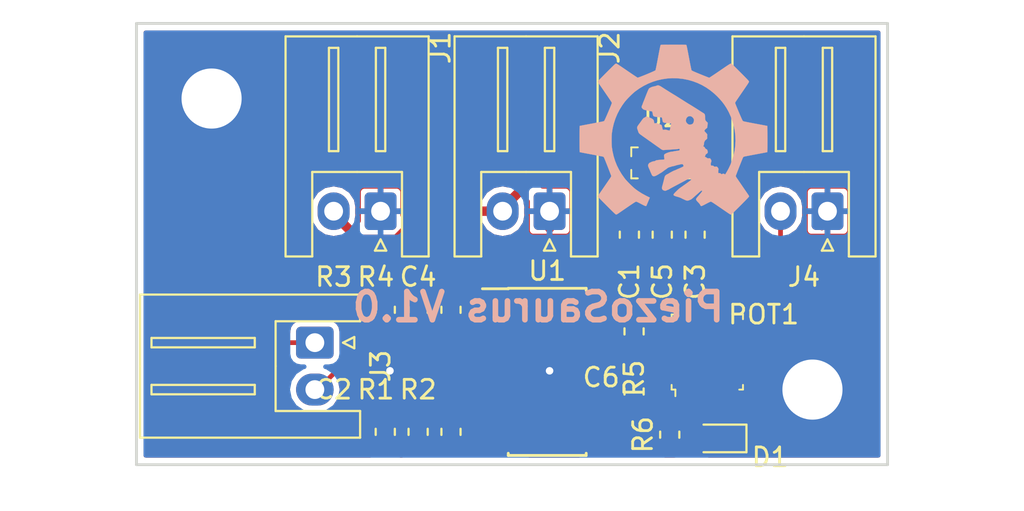
<source format=kicad_pcb>
(kicad_pcb (version 20171130) (host pcbnew "(5.0.1)-3")

  (general
    (thickness 1.6)
    (drawings 5)
    (tracks 132)
    (zones 0)
    (modules 23)
    (nets 13)
  )

  (page A4)
  (layers
    (0 F.Cu signal)
    (31 B.Cu signal)
    (32 B.Adhes user)
    (33 F.Adhes user)
    (34 B.Paste user)
    (35 F.Paste user)
    (36 B.SilkS user)
    (37 F.SilkS user)
    (38 B.Mask user)
    (39 F.Mask user)
    (40 Dwgs.User user)
    (41 Cmts.User user)
    (42 Eco1.User user)
    (43 Eco2.User user)
    (44 Edge.Cuts user)
    (45 Margin user)
    (46 B.CrtYd user)
    (47 F.CrtYd user)
    (48 B.Fab user)
    (49 F.Fab user)
  )

  (setup
    (last_trace_width 0.25)
    (trace_clearance 0.2)
    (zone_clearance 0.3)
    (zone_45_only no)
    (trace_min 0.2)
    (segment_width 0.2)
    (edge_width 0.15)
    (via_size 0.8)
    (via_drill 0.4)
    (via_min_size 0.4)
    (via_min_drill 0.3)
    (uvia_size 0.3)
    (uvia_drill 0.1)
    (uvias_allowed no)
    (uvia_min_size 0.2)
    (uvia_min_drill 0.1)
    (pcb_text_width 0.3)
    (pcb_text_size 1.5 1.5)
    (mod_edge_width 0.15)
    (mod_text_size 1 1)
    (mod_text_width 0.15)
    (pad_size 6.4 6.4)
    (pad_drill 3.2)
    (pad_to_mask_clearance 0.051)
    (solder_mask_min_width 0.25)
    (aux_axis_origin 0 0)
    (visible_elements 7FFFFFFF)
    (pcbplotparams
      (layerselection 0x010fc_ffffffff)
      (usegerberextensions false)
      (usegerberattributes false)
      (usegerberadvancedattributes false)
      (creategerberjobfile false)
      (excludeedgelayer true)
      (linewidth 0.100000)
      (plotframeref false)
      (viasonmask false)
      (mode 1)
      (useauxorigin false)
      (hpglpennumber 1)
      (hpglpenspeed 20)
      (hpglpendiameter 15.000000)
      (psnegative false)
      (psa4output false)
      (plotreference true)
      (plotvalue true)
      (plotinvisibletext false)
      (padsonsilk false)
      (subtractmaskfromsilk false)
      (outputformat 1)
      (mirror false)
      (drillshape 1)
      (scaleselection 1)
      (outputdirectory ""))
  )

  (net 0 "")
  (net 1 /Vin)
  (net 2 GND)
  (net 3 /Vref)
  (net 4 +3V3)
  (net 5 "Net-(C4-Pad1)")
  (net 6 "Net-(C4-Pad2)")
  (net 7 "Net-(D1-Pad2)")
  (net 8 "Net-(J3-Pad2)")
  (net 9 /Probe_Out)
  (net 10 "Net-(R1-Pad2)")
  (net 11 "Net-(POT1-Pad2)")
  (net 12 "Net-(R6-Pad1)")

  (net_class Default "This is the default net class."
    (clearance 0.2)
    (trace_width 0.25)
    (via_dia 0.8)
    (via_drill 0.4)
    (uvia_dia 0.3)
    (uvia_drill 0.1)
    (add_net +3V3)
    (add_net /Probe_Out)
    (add_net /Vin)
    (add_net /Vref)
    (add_net GND)
    (add_net "Net-(C4-Pad1)")
    (add_net "Net-(C4-Pad2)")
    (add_net "Net-(D1-Pad2)")
    (add_net "Net-(J3-Pad2)")
    (add_net "Net-(POT1-Pad2)")
    (add_net "Net-(R1-Pad2)")
    (add_net "Net-(R6-Pad1)")
  )

  (module MountingHole:MountingHole_3.2mm_M3_Pad (layer F.Cu) (tedit 56D1B4CB) (tstamp 5CEAEFB6)
    (at 141 91)
    (descr "Mounting Hole 3.2mm, M3")
    (tags "mounting hole 3.2mm m3")
    (zone_connect 2)
    (attr virtual)
    (fp_text reference REF** (at 0 -4.2) (layer F.SilkS) hide
      (effects (font (size 1 1) (thickness 0.15)))
    )
    (fp_text value MountingHole_3.2mm_M3_Pad (at 0 4.2) (layer F.Fab)
      (effects (font (size 1 1) (thickness 0.15)))
    )
    (fp_circle (center 0 0) (end 3.45 0) (layer F.CrtYd) (width 0.05))
    (fp_circle (center 0 0) (end 3.2 0) (layer Cmts.User) (width 0.15))
    (fp_text user %R (at 0.3 0) (layer F.Fab)
      (effects (font (size 1 1) (thickness 0.15)))
    )
    (pad 1 thru_hole circle (at 0 0) (size 6.4 6.4) (drill 3.2) (layers *.Cu *.Mask)
      (net 2 GND) (zone_connect 2))
  )

  (module Capacitor_SMD:C_0603_1608Metric (layer F.Cu) (tedit 5B301BBE) (tstamp 5CDE7C0C)
    (at 131.25 82.75 90)
    (descr "Capacitor SMD 0603 (1608 Metric), square (rectangular) end terminal, IPC_7351 nominal, (Body size source: http://www.tortai-tech.com/upload/download/2011102023233369053.pdf), generated with kicad-footprint-generator")
    (tags capacitor)
    (path /5CC2F4A3)
    (attr smd)
    (fp_text reference C1 (at -2.5 0 90) (layer F.SilkS)
      (effects (font (size 1 1) (thickness 0.15)))
    )
    (fp_text value 1uF (at 0 1.43 90) (layer F.Fab)
      (effects (font (size 1 1) (thickness 0.15)))
    )
    (fp_text user %R (at 0 0 90) (layer F.Fab)
      (effects (font (size 0.4 0.4) (thickness 0.06)))
    )
    (fp_line (start 1.48 0.73) (end -1.48 0.73) (layer F.CrtYd) (width 0.05))
    (fp_line (start 1.48 -0.73) (end 1.48 0.73) (layer F.CrtYd) (width 0.05))
    (fp_line (start -1.48 -0.73) (end 1.48 -0.73) (layer F.CrtYd) (width 0.05))
    (fp_line (start -1.48 0.73) (end -1.48 -0.73) (layer F.CrtYd) (width 0.05))
    (fp_line (start -0.162779 0.51) (end 0.162779 0.51) (layer F.SilkS) (width 0.12))
    (fp_line (start -0.162779 -0.51) (end 0.162779 -0.51) (layer F.SilkS) (width 0.12))
    (fp_line (start 0.8 0.4) (end -0.8 0.4) (layer F.Fab) (width 0.1))
    (fp_line (start 0.8 -0.4) (end 0.8 0.4) (layer F.Fab) (width 0.1))
    (fp_line (start -0.8 -0.4) (end 0.8 -0.4) (layer F.Fab) (width 0.1))
    (fp_line (start -0.8 0.4) (end -0.8 -0.4) (layer F.Fab) (width 0.1))
    (pad 2 smd roundrect (at 0.7875 0 90) (size 0.875 0.95) (layers F.Cu F.Paste F.Mask) (roundrect_rratio 0.25)
      (net 1 /Vin))
    (pad 1 smd roundrect (at -0.7875 0 90) (size 0.875 0.95) (layers F.Cu F.Paste F.Mask) (roundrect_rratio 0.25)
      (net 2 GND))
    (model ${KISYS3DMOD}/Capacitor_SMD.3dshapes/C_0603_1608Metric.wrl
      (at (xyz 0 0 0))
      (scale (xyz 1 1 1))
      (rotate (xyz 0 0 0))
    )
  )

  (module Capacitor_SMD:C_0603_1608Metric (layer F.Cu) (tedit 5B301BBE) (tstamp 5CDE7165)
    (at 118.25 93.25 90)
    (descr "Capacitor SMD 0603 (1608 Metric), square (rectangular) end terminal, IPC_7351 nominal, (Body size source: http://www.tortai-tech.com/upload/download/2011102023233369053.pdf), generated with kicad-footprint-generator")
    (tags capacitor)
    (path /5CC3D1F7)
    (attr smd)
    (fp_text reference C2 (at 2.25 -2.75 180) (layer F.SilkS)
      (effects (font (size 1 1) (thickness 0.15)))
    )
    (fp_text value 22nF (at 0 1.43 90) (layer F.Fab)
      (effects (font (size 1 1) (thickness 0.15)))
    )
    (fp_text user %R (at 0 0 90) (layer F.Fab)
      (effects (font (size 0.4 0.4) (thickness 0.06)))
    )
    (fp_line (start 1.48 0.73) (end -1.48 0.73) (layer F.CrtYd) (width 0.05))
    (fp_line (start 1.48 -0.73) (end 1.48 0.73) (layer F.CrtYd) (width 0.05))
    (fp_line (start -1.48 -0.73) (end 1.48 -0.73) (layer F.CrtYd) (width 0.05))
    (fp_line (start -1.48 0.73) (end -1.48 -0.73) (layer F.CrtYd) (width 0.05))
    (fp_line (start -0.162779 0.51) (end 0.162779 0.51) (layer F.SilkS) (width 0.12))
    (fp_line (start -0.162779 -0.51) (end 0.162779 -0.51) (layer F.SilkS) (width 0.12))
    (fp_line (start 0.8 0.4) (end -0.8 0.4) (layer F.Fab) (width 0.1))
    (fp_line (start 0.8 -0.4) (end 0.8 0.4) (layer F.Fab) (width 0.1))
    (fp_line (start -0.8 -0.4) (end 0.8 -0.4) (layer F.Fab) (width 0.1))
    (fp_line (start -0.8 0.4) (end -0.8 -0.4) (layer F.Fab) (width 0.1))
    (pad 2 smd roundrect (at 0.7875 0 90) (size 0.875 0.95) (layers F.Cu F.Paste F.Mask) (roundrect_rratio 0.25)
      (net 3 /Vref))
    (pad 1 smd roundrect (at -0.7875 0 90) (size 0.875 0.95) (layers F.Cu F.Paste F.Mask) (roundrect_rratio 0.25)
      (net 2 GND))
    (model ${KISYS3DMOD}/Capacitor_SMD.3dshapes/C_0603_1608Metric.wrl
      (at (xyz 0 0 0))
      (scale (xyz 1 1 1))
      (rotate (xyz 0 0 0))
    )
  )

  (module Capacitor_SMD:C_0603_1608Metric (layer F.Cu) (tedit 5B301BBE) (tstamp 5CDE7CBD)
    (at 134.75 82.75 270)
    (descr "Capacitor SMD 0603 (1608 Metric), square (rectangular) end terminal, IPC_7351 nominal, (Body size source: http://www.tortai-tech.com/upload/download/2011102023233369053.pdf), generated with kicad-footprint-generator")
    (tags capacitor)
    (path /5CC2F3F2)
    (attr smd)
    (fp_text reference C3 (at 2.5 0 270) (layer F.SilkS)
      (effects (font (size 1 1) (thickness 0.15)))
    )
    (fp_text value 22nF (at 0 1.43 270) (layer F.Fab)
      (effects (font (size 1 1) (thickness 0.15)))
    )
    (fp_text user %R (at 0 0 270) (layer F.Fab)
      (effects (font (size 0.4 0.4) (thickness 0.06)))
    )
    (fp_line (start 1.48 0.73) (end -1.48 0.73) (layer F.CrtYd) (width 0.05))
    (fp_line (start 1.48 -0.73) (end 1.48 0.73) (layer F.CrtYd) (width 0.05))
    (fp_line (start -1.48 -0.73) (end 1.48 -0.73) (layer F.CrtYd) (width 0.05))
    (fp_line (start -1.48 0.73) (end -1.48 -0.73) (layer F.CrtYd) (width 0.05))
    (fp_line (start -0.162779 0.51) (end 0.162779 0.51) (layer F.SilkS) (width 0.12))
    (fp_line (start -0.162779 -0.51) (end 0.162779 -0.51) (layer F.SilkS) (width 0.12))
    (fp_line (start 0.8 0.4) (end -0.8 0.4) (layer F.Fab) (width 0.1))
    (fp_line (start 0.8 -0.4) (end 0.8 0.4) (layer F.Fab) (width 0.1))
    (fp_line (start -0.8 -0.4) (end 0.8 -0.4) (layer F.Fab) (width 0.1))
    (fp_line (start -0.8 0.4) (end -0.8 -0.4) (layer F.Fab) (width 0.1))
    (pad 2 smd roundrect (at 0.7875 0 270) (size 0.875 0.95) (layers F.Cu F.Paste F.Mask) (roundrect_rratio 0.25)
      (net 2 GND))
    (pad 1 smd roundrect (at -0.7875 0 270) (size 0.875 0.95) (layers F.Cu F.Paste F.Mask) (roundrect_rratio 0.25)
      (net 4 +3V3))
    (model ${KISYS3DMOD}/Capacitor_SMD.3dshapes/C_0603_1608Metric.wrl
      (at (xyz 0 0 0))
      (scale (xyz 1 1 1))
      (rotate (xyz 0 0 0))
    )
  )

  (module Capacitor_SMD:C_0603_1608Metric (layer F.Cu) (tedit 5B301BBE) (tstamp 5CDE598F)
    (at 121.75 86.75 270)
    (descr "Capacitor SMD 0603 (1608 Metric), square (rectangular) end terminal, IPC_7351 nominal, (Body size source: http://www.tortai-tech.com/upload/download/2011102023233369053.pdf), generated with kicad-footprint-generator")
    (tags capacitor)
    (path /5CC233A1)
    (attr smd)
    (fp_text reference C4 (at -1.75 1.75) (layer F.SilkS)
      (effects (font (size 1 1) (thickness 0.15)))
    )
    (fp_text value 22nF (at 0 1.43 270) (layer F.Fab)
      (effects (font (size 1 1) (thickness 0.15)))
    )
    (fp_text user %R (at 0 0 270) (layer F.Fab)
      (effects (font (size 0.4 0.4) (thickness 0.06)))
    )
    (fp_line (start 1.48 0.73) (end -1.48 0.73) (layer F.CrtYd) (width 0.05))
    (fp_line (start 1.48 -0.73) (end 1.48 0.73) (layer F.CrtYd) (width 0.05))
    (fp_line (start -1.48 -0.73) (end 1.48 -0.73) (layer F.CrtYd) (width 0.05))
    (fp_line (start -1.48 0.73) (end -1.48 -0.73) (layer F.CrtYd) (width 0.05))
    (fp_line (start -0.162779 0.51) (end 0.162779 0.51) (layer F.SilkS) (width 0.12))
    (fp_line (start -0.162779 -0.51) (end 0.162779 -0.51) (layer F.SilkS) (width 0.12))
    (fp_line (start 0.8 0.4) (end -0.8 0.4) (layer F.Fab) (width 0.1))
    (fp_line (start 0.8 -0.4) (end 0.8 0.4) (layer F.Fab) (width 0.1))
    (fp_line (start -0.8 -0.4) (end 0.8 -0.4) (layer F.Fab) (width 0.1))
    (fp_line (start -0.8 0.4) (end -0.8 -0.4) (layer F.Fab) (width 0.1))
    (pad 2 smd roundrect (at 0.7875 0 270) (size 0.875 0.95) (layers F.Cu F.Paste F.Mask) (roundrect_rratio 0.25)
      (net 6 "Net-(C4-Pad2)"))
    (pad 1 smd roundrect (at -0.7875 0 270) (size 0.875 0.95) (layers F.Cu F.Paste F.Mask) (roundrect_rratio 0.25)
      (net 5 "Net-(C4-Pad1)"))
    (model ${KISYS3DMOD}/Capacitor_SMD.3dshapes/C_0603_1608Metric.wrl
      (at (xyz 0 0 0))
      (scale (xyz 1 1 1))
      (rotate (xyz 0 0 0))
    )
  )

  (module Capacitor_SMD:C_0603_1608Metric (layer F.Cu) (tedit 5B301BBE) (tstamp 5CEAF37D)
    (at 133 82.75 90)
    (descr "Capacitor SMD 0603 (1608 Metric), square (rectangular) end terminal, IPC_7351 nominal, (Body size source: http://www.tortai-tech.com/upload/download/2011102023233369053.pdf), generated with kicad-footprint-generator")
    (tags capacitor)
    (path /5CC2F467)
    (attr smd)
    (fp_text reference C5 (at -2.5 0 90) (layer F.SilkS)
      (effects (font (size 1 1) (thickness 0.15)))
    )
    (fp_text value 1uF (at 0 1.43 90) (layer F.Fab)
      (effects (font (size 1 1) (thickness 0.15)))
    )
    (fp_text user %R (at 0 0 90) (layer F.Fab)
      (effects (font (size 0.4 0.4) (thickness 0.06)))
    )
    (fp_line (start 1.48 0.73) (end -1.48 0.73) (layer F.CrtYd) (width 0.05))
    (fp_line (start 1.48 -0.73) (end 1.48 0.73) (layer F.CrtYd) (width 0.05))
    (fp_line (start -1.48 -0.73) (end 1.48 -0.73) (layer F.CrtYd) (width 0.05))
    (fp_line (start -1.48 0.73) (end -1.48 -0.73) (layer F.CrtYd) (width 0.05))
    (fp_line (start -0.162779 0.51) (end 0.162779 0.51) (layer F.SilkS) (width 0.12))
    (fp_line (start -0.162779 -0.51) (end 0.162779 -0.51) (layer F.SilkS) (width 0.12))
    (fp_line (start 0.8 0.4) (end -0.8 0.4) (layer F.Fab) (width 0.1))
    (fp_line (start 0.8 -0.4) (end 0.8 0.4) (layer F.Fab) (width 0.1))
    (fp_line (start -0.8 -0.4) (end 0.8 -0.4) (layer F.Fab) (width 0.1))
    (fp_line (start -0.8 0.4) (end -0.8 -0.4) (layer F.Fab) (width 0.1))
    (pad 2 smd roundrect (at 0.7875 0 90) (size 0.875 0.95) (layers F.Cu F.Paste F.Mask) (roundrect_rratio 0.25)
      (net 4 +3V3))
    (pad 1 smd roundrect (at -0.7875 0 90) (size 0.875 0.95) (layers F.Cu F.Paste F.Mask) (roundrect_rratio 0.25)
      (net 2 GND))
    (model ${KISYS3DMOD}/Capacitor_SMD.3dshapes/C_0603_1608Metric.wrl
      (at (xyz 0 0 0))
      (scale (xyz 1 1 1))
      (rotate (xyz 0 0 0))
    )
  )

  (module Capacitor_SMD:C_0603_1608Metric (layer F.Cu) (tedit 5B301BBE) (tstamp 5CDE5883)
    (at 131.5 91.1 90)
    (descr "Capacitor SMD 0603 (1608 Metric), square (rectangular) end terminal, IPC_7351 nominal, (Body size source: http://www.tortai-tech.com/upload/download/2011102023233369053.pdf), generated with kicad-footprint-generator")
    (tags capacitor)
    (path /5CC34B9B)
    (attr smd)
    (fp_text reference C6 (at 0.75 -1.75 180) (layer F.SilkS)
      (effects (font (size 1 1) (thickness 0.15)))
    )
    (fp_text value 2nF (at 0 1.43 90) (layer F.Fab)
      (effects (font (size 1 1) (thickness 0.15)))
    )
    (fp_text user %R (at 0 0 90) (layer F.Fab)
      (effects (font (size 0.4 0.4) (thickness 0.06)))
    )
    (fp_line (start 1.48 0.73) (end -1.48 0.73) (layer F.CrtYd) (width 0.05))
    (fp_line (start 1.48 -0.73) (end 1.48 0.73) (layer F.CrtYd) (width 0.05))
    (fp_line (start -1.48 -0.73) (end 1.48 -0.73) (layer F.CrtYd) (width 0.05))
    (fp_line (start -1.48 0.73) (end -1.48 -0.73) (layer F.CrtYd) (width 0.05))
    (fp_line (start -0.162779 0.51) (end 0.162779 0.51) (layer F.SilkS) (width 0.12))
    (fp_line (start -0.162779 -0.51) (end 0.162779 -0.51) (layer F.SilkS) (width 0.12))
    (fp_line (start 0.8 0.4) (end -0.8 0.4) (layer F.Fab) (width 0.1))
    (fp_line (start 0.8 -0.4) (end 0.8 0.4) (layer F.Fab) (width 0.1))
    (fp_line (start -0.8 -0.4) (end 0.8 -0.4) (layer F.Fab) (width 0.1))
    (fp_line (start -0.8 0.4) (end -0.8 -0.4) (layer F.Fab) (width 0.1))
    (pad 2 smd roundrect (at 0.7875 0 90) (size 0.875 0.95) (layers F.Cu F.Paste F.Mask) (roundrect_rratio 0.25)
      (net 4 +3V3))
    (pad 1 smd roundrect (at -0.7875 0 90) (size 0.875 0.95) (layers F.Cu F.Paste F.Mask) (roundrect_rratio 0.25)
      (net 2 GND))
    (model ${KISYS3DMOD}/Capacitor_SMD.3dshapes/C_0603_1608Metric.wrl
      (at (xyz 0 0 0))
      (scale (xyz 1 1 1))
      (rotate (xyz 0 0 0))
    )
  )

  (module LED_SMD:LED_0603_1608Metric (layer F.Cu) (tedit 5B301BBE) (tstamp 5CDE5671)
    (at 136 93.6 180)
    (descr "LED SMD 0603 (1608 Metric), square (rectangular) end terminal, IPC_7351 nominal, (Body size source: http://www.tortai-tech.com/upload/download/2011102023233369053.pdf), generated with kicad-footprint-generator")
    (tags diode)
    (path /5CC29D9A)
    (attr smd)
    (fp_text reference D1 (at -2.75 -1 180) (layer F.SilkS)
      (effects (font (size 1 1) (thickness 0.15)))
    )
    (fp_text value LED (at 0 1.43 180) (layer F.Fab)
      (effects (font (size 1 1) (thickness 0.15)))
    )
    (fp_text user %R (at 0 0 180) (layer F.Fab)
      (effects (font (size 0.4 0.4) (thickness 0.06)))
    )
    (fp_line (start 1.48 0.73) (end -1.48 0.73) (layer F.CrtYd) (width 0.05))
    (fp_line (start 1.48 -0.73) (end 1.48 0.73) (layer F.CrtYd) (width 0.05))
    (fp_line (start -1.48 -0.73) (end 1.48 -0.73) (layer F.CrtYd) (width 0.05))
    (fp_line (start -1.48 0.73) (end -1.48 -0.73) (layer F.CrtYd) (width 0.05))
    (fp_line (start -1.485 0.735) (end 0.8 0.735) (layer F.SilkS) (width 0.12))
    (fp_line (start -1.485 -0.735) (end -1.485 0.735) (layer F.SilkS) (width 0.12))
    (fp_line (start 0.8 -0.735) (end -1.485 -0.735) (layer F.SilkS) (width 0.12))
    (fp_line (start 0.8 0.4) (end 0.8 -0.4) (layer F.Fab) (width 0.1))
    (fp_line (start -0.8 0.4) (end 0.8 0.4) (layer F.Fab) (width 0.1))
    (fp_line (start -0.8 -0.1) (end -0.8 0.4) (layer F.Fab) (width 0.1))
    (fp_line (start -0.5 -0.4) (end -0.8 -0.1) (layer F.Fab) (width 0.1))
    (fp_line (start 0.8 -0.4) (end -0.5 -0.4) (layer F.Fab) (width 0.1))
    (pad 2 smd roundrect (at 0.7875 0 180) (size 0.875 0.95) (layers F.Cu F.Paste F.Mask) (roundrect_rratio 0.25)
      (net 7 "Net-(D1-Pad2)"))
    (pad 1 smd roundrect (at -0.7875 0 180) (size 0.875 0.95) (layers F.Cu F.Paste F.Mask) (roundrect_rratio 0.25)
      (net 2 GND))
    (model ${KISYS3DMOD}/LED_SMD.3dshapes/LED_0603_1608Metric.wrl
      (at (xyz 0 0 0))
      (scale (xyz 1 1 1))
      (rotate (xyz 0 0 0))
    )
  )

  (module Resistor_SMD:R_0603_1608Metric (layer F.Cu) (tedit 5B301BBD) (tstamp 5CDE7679)
    (at 120 93.25 270)
    (descr "Resistor SMD 0603 (1608 Metric), square (rectangular) end terminal, IPC_7351 nominal, (Body size source: http://www.tortai-tech.com/upload/download/2011102023233369053.pdf), generated with kicad-footprint-generator")
    (tags resistor)
    (path /5CC2330C)
    (attr smd)
    (fp_text reference R1 (at -2.25 2.25) (layer F.SilkS)
      (effects (font (size 1 1) (thickness 0.15)))
    )
    (fp_text value 10K (at 0 1.43 270) (layer F.Fab)
      (effects (font (size 1 1) (thickness 0.15)))
    )
    (fp_text user %R (at 0 0 270) (layer F.Fab)
      (effects (font (size 0.4 0.4) (thickness 0.06)))
    )
    (fp_line (start 1.48 0.73) (end -1.48 0.73) (layer F.CrtYd) (width 0.05))
    (fp_line (start 1.48 -0.73) (end 1.48 0.73) (layer F.CrtYd) (width 0.05))
    (fp_line (start -1.48 -0.73) (end 1.48 -0.73) (layer F.CrtYd) (width 0.05))
    (fp_line (start -1.48 0.73) (end -1.48 -0.73) (layer F.CrtYd) (width 0.05))
    (fp_line (start -0.162779 0.51) (end 0.162779 0.51) (layer F.SilkS) (width 0.12))
    (fp_line (start -0.162779 -0.51) (end 0.162779 -0.51) (layer F.SilkS) (width 0.12))
    (fp_line (start 0.8 0.4) (end -0.8 0.4) (layer F.Fab) (width 0.1))
    (fp_line (start 0.8 -0.4) (end 0.8 0.4) (layer F.Fab) (width 0.1))
    (fp_line (start -0.8 -0.4) (end 0.8 -0.4) (layer F.Fab) (width 0.1))
    (fp_line (start -0.8 0.4) (end -0.8 -0.4) (layer F.Fab) (width 0.1))
    (pad 2 smd roundrect (at 0.7875 0 270) (size 0.875 0.95) (layers F.Cu F.Paste F.Mask) (roundrect_rratio 0.25)
      (net 10 "Net-(R1-Pad2)"))
    (pad 1 smd roundrect (at -0.7875 0 270) (size 0.875 0.95) (layers F.Cu F.Paste F.Mask) (roundrect_rratio 0.25)
      (net 4 +3V3))
    (model ${KISYS3DMOD}/Resistor_SMD.3dshapes/R_0603_1608Metric.wrl
      (at (xyz 0 0 0))
      (scale (xyz 1 1 1))
      (rotate (xyz 0 0 0))
    )
  )

  (module Resistor_SMD:R_0603_1608Metric (layer F.Cu) (tedit 5B301BBD) (tstamp 5CDE725C)
    (at 121.75 93.25 270)
    (descr "Resistor SMD 0603 (1608 Metric), square (rectangular) end terminal, IPC_7351 nominal, (Body size source: http://www.tortai-tech.com/upload/download/2011102023233369053.pdf), generated with kicad-footprint-generator")
    (tags resistor)
    (path /5CC23358)
    (attr smd)
    (fp_text reference R2 (at -2.25 1.75) (layer F.SilkS)
      (effects (font (size 1 1) (thickness 0.15)))
    )
    (fp_text value 10K (at 0 1.43 270) (layer F.Fab)
      (effects (font (size 1 1) (thickness 0.15)))
    )
    (fp_text user %R (at 0 0 270) (layer F.Fab)
      (effects (font (size 0.4 0.4) (thickness 0.06)))
    )
    (fp_line (start 1.48 0.73) (end -1.48 0.73) (layer F.CrtYd) (width 0.05))
    (fp_line (start 1.48 -0.73) (end 1.48 0.73) (layer F.CrtYd) (width 0.05))
    (fp_line (start -1.48 -0.73) (end 1.48 -0.73) (layer F.CrtYd) (width 0.05))
    (fp_line (start -1.48 0.73) (end -1.48 -0.73) (layer F.CrtYd) (width 0.05))
    (fp_line (start -0.162779 0.51) (end 0.162779 0.51) (layer F.SilkS) (width 0.12))
    (fp_line (start -0.162779 -0.51) (end 0.162779 -0.51) (layer F.SilkS) (width 0.12))
    (fp_line (start 0.8 0.4) (end -0.8 0.4) (layer F.Fab) (width 0.1))
    (fp_line (start 0.8 -0.4) (end 0.8 0.4) (layer F.Fab) (width 0.1))
    (fp_line (start -0.8 -0.4) (end 0.8 -0.4) (layer F.Fab) (width 0.1))
    (fp_line (start -0.8 0.4) (end -0.8 -0.4) (layer F.Fab) (width 0.1))
    (pad 2 smd roundrect (at 0.7875 0 270) (size 0.875 0.95) (layers F.Cu F.Paste F.Mask) (roundrect_rratio 0.25)
      (net 2 GND))
    (pad 1 smd roundrect (at -0.7875 0 270) (size 0.875 0.95) (layers F.Cu F.Paste F.Mask) (roundrect_rratio 0.25)
      (net 10 "Net-(R1-Pad2)"))
    (model ${KISYS3DMOD}/Resistor_SMD.3dshapes/R_0603_1608Metric.wrl
      (at (xyz 0 0 0))
      (scale (xyz 1 1 1))
      (rotate (xyz 0 0 0))
    )
  )

  (module Resistor_SMD:R_0603_1608Metric (layer F.Cu) (tedit 5B301BBD) (tstamp 5CDE74EE)
    (at 118.25 86.75 90)
    (descr "Resistor SMD 0603 (1608 Metric), square (rectangular) end terminal, IPC_7351 nominal, (Body size source: http://www.tortai-tech.com/upload/download/2011102023233369053.pdf), generated with kicad-footprint-generator")
    (tags resistor)
    (path /5CC232A0)
    (attr smd)
    (fp_text reference R3 (at 1.75 -2.75 180) (layer F.SilkS)
      (effects (font (size 1 1) (thickness 0.15)))
    )
    (fp_text value 10K (at 0 1.43 90) (layer F.Fab)
      (effects (font (size 1 1) (thickness 0.15)))
    )
    (fp_text user %R (at 0 0 90) (layer F.Fab)
      (effects (font (size 0.4 0.4) (thickness 0.06)))
    )
    (fp_line (start 1.48 0.73) (end -1.48 0.73) (layer F.CrtYd) (width 0.05))
    (fp_line (start 1.48 -0.73) (end 1.48 0.73) (layer F.CrtYd) (width 0.05))
    (fp_line (start -1.48 -0.73) (end 1.48 -0.73) (layer F.CrtYd) (width 0.05))
    (fp_line (start -1.48 0.73) (end -1.48 -0.73) (layer F.CrtYd) (width 0.05))
    (fp_line (start -0.162779 0.51) (end 0.162779 0.51) (layer F.SilkS) (width 0.12))
    (fp_line (start -0.162779 -0.51) (end 0.162779 -0.51) (layer F.SilkS) (width 0.12))
    (fp_line (start 0.8 0.4) (end -0.8 0.4) (layer F.Fab) (width 0.1))
    (fp_line (start 0.8 -0.4) (end 0.8 0.4) (layer F.Fab) (width 0.1))
    (fp_line (start -0.8 -0.4) (end 0.8 -0.4) (layer F.Fab) (width 0.1))
    (fp_line (start -0.8 0.4) (end -0.8 -0.4) (layer F.Fab) (width 0.1))
    (pad 2 smd roundrect (at 0.7875 0 90) (size 0.875 0.95) (layers F.Cu F.Paste F.Mask) (roundrect_rratio 0.25)
      (net 8 "Net-(J3-Pad2)"))
    (pad 1 smd roundrect (at -0.7875 0 90) (size 0.875 0.95) (layers F.Cu F.Paste F.Mask) (roundrect_rratio 0.25)
      (net 6 "Net-(C4-Pad2)"))
    (model ${KISYS3DMOD}/Resistor_SMD.3dshapes/R_0603_1608Metric.wrl
      (at (xyz 0 0 0))
      (scale (xyz 1 1 1))
      (rotate (xyz 0 0 0))
    )
  )

  (module Resistor_SMD:R_0603_1608Metric (layer F.Cu) (tedit 5B301BBD) (tstamp 5CDE6F96)
    (at 120 86.75 270)
    (descr "Resistor SMD 0603 (1608 Metric), square (rectangular) end terminal, IPC_7351 nominal, (Body size source: http://www.tortai-tech.com/upload/download/2011102023233369053.pdf), generated with kicad-footprint-generator")
    (tags resistor)
    (path /5CC231C0)
    (attr smd)
    (fp_text reference R4 (at -1.75 2.25) (layer F.SilkS)
      (effects (font (size 1 1) (thickness 0.15)))
    )
    (fp_text value 10K (at 0 1.43 270) (layer F.Fab)
      (effects (font (size 1 1) (thickness 0.15)))
    )
    (fp_text user %R (at 0 0 270) (layer F.Fab)
      (effects (font (size 0.4 0.4) (thickness 0.06)))
    )
    (fp_line (start 1.48 0.73) (end -1.48 0.73) (layer F.CrtYd) (width 0.05))
    (fp_line (start 1.48 -0.73) (end 1.48 0.73) (layer F.CrtYd) (width 0.05))
    (fp_line (start -1.48 -0.73) (end 1.48 -0.73) (layer F.CrtYd) (width 0.05))
    (fp_line (start -1.48 0.73) (end -1.48 -0.73) (layer F.CrtYd) (width 0.05))
    (fp_line (start -0.162779 0.51) (end 0.162779 0.51) (layer F.SilkS) (width 0.12))
    (fp_line (start -0.162779 -0.51) (end 0.162779 -0.51) (layer F.SilkS) (width 0.12))
    (fp_line (start 0.8 0.4) (end -0.8 0.4) (layer F.Fab) (width 0.1))
    (fp_line (start 0.8 -0.4) (end 0.8 0.4) (layer F.Fab) (width 0.1))
    (fp_line (start -0.8 -0.4) (end 0.8 -0.4) (layer F.Fab) (width 0.1))
    (fp_line (start -0.8 0.4) (end -0.8 -0.4) (layer F.Fab) (width 0.1))
    (pad 2 smd roundrect (at 0.7875 0 270) (size 0.875 0.95) (layers F.Cu F.Paste F.Mask) (roundrect_rratio 0.25)
      (net 6 "Net-(C4-Pad2)"))
    (pad 1 smd roundrect (at -0.7875 0 270) (size 0.875 0.95) (layers F.Cu F.Paste F.Mask) (roundrect_rratio 0.25)
      (net 5 "Net-(C4-Pad1)"))
    (model ${KISYS3DMOD}/Resistor_SMD.3dshapes/R_0603_1608Metric.wrl
      (at (xyz 0 0 0))
      (scale (xyz 1 1 1))
      (rotate (xyz 0 0 0))
    )
  )

  (module Resistor_SMD:R_0603_1608Metric (layer F.Cu) (tedit 5B301BBD) (tstamp 5CDE63D8)
    (at 131.5 87.9 270)
    (descr "Resistor SMD 0603 (1608 Metric), square (rectangular) end terminal, IPC_7351 nominal, (Body size source: http://www.tortai-tech.com/upload/download/2011102023233369053.pdf), generated with kicad-footprint-generator")
    (tags resistor)
    (path /5CC232D2)
    (attr smd)
    (fp_text reference R5 (at 2.5 0 270) (layer F.SilkS)
      (effects (font (size 1 1) (thickness 0.15)))
    )
    (fp_text value 10K (at 0 1.43 270) (layer F.Fab)
      (effects (font (size 1 1) (thickness 0.15)))
    )
    (fp_text user %R (at 0 0 270) (layer F.Fab)
      (effects (font (size 0.4 0.4) (thickness 0.06)))
    )
    (fp_line (start 1.48 0.73) (end -1.48 0.73) (layer F.CrtYd) (width 0.05))
    (fp_line (start 1.48 -0.73) (end 1.48 0.73) (layer F.CrtYd) (width 0.05))
    (fp_line (start -1.48 -0.73) (end 1.48 -0.73) (layer F.CrtYd) (width 0.05))
    (fp_line (start -1.48 0.73) (end -1.48 -0.73) (layer F.CrtYd) (width 0.05))
    (fp_line (start -0.162779 0.51) (end 0.162779 0.51) (layer F.SilkS) (width 0.12))
    (fp_line (start -0.162779 -0.51) (end 0.162779 -0.51) (layer F.SilkS) (width 0.12))
    (fp_line (start 0.8 0.4) (end -0.8 0.4) (layer F.Fab) (width 0.1))
    (fp_line (start 0.8 -0.4) (end 0.8 0.4) (layer F.Fab) (width 0.1))
    (fp_line (start -0.8 -0.4) (end 0.8 -0.4) (layer F.Fab) (width 0.1))
    (fp_line (start -0.8 0.4) (end -0.8 -0.4) (layer F.Fab) (width 0.1))
    (pad 2 smd roundrect (at 0.7875 0 270) (size 0.875 0.95) (layers F.Cu F.Paste F.Mask) (roundrect_rratio 0.25)
      (net 11 "Net-(POT1-Pad2)"))
    (pad 1 smd roundrect (at -0.7875 0 270) (size 0.875 0.95) (layers F.Cu F.Paste F.Mask) (roundrect_rratio 0.25)
      (net 4 +3V3))
    (model ${KISYS3DMOD}/Resistor_SMD.3dshapes/R_0603_1608Metric.wrl
      (at (xyz 0 0 0))
      (scale (xyz 1 1 1))
      (rotate (xyz 0 0 0))
    )
  )

  (module Resistor_SMD:R_0603_1608Metric (layer F.Cu) (tedit 5B301BBD) (tstamp 5CDE5FCD)
    (at 133.4 93.4 90)
    (descr "Resistor SMD 0603 (1608 Metric), square (rectangular) end terminal, IPC_7351 nominal, (Body size source: http://www.tortai-tech.com/upload/download/2011102023233369053.pdf), generated with kicad-footprint-generator")
    (tags resistor)
    (path /5CC29D03)
    (attr smd)
    (fp_text reference R6 (at 0 -1.43 90) (layer F.SilkS)
      (effects (font (size 1 1) (thickness 0.15)))
    )
    (fp_text value 100 (at 0 1.43 90) (layer F.Fab)
      (effects (font (size 1 1) (thickness 0.15)))
    )
    (fp_text user %R (at 0 0 90) (layer F.Fab)
      (effects (font (size 0.4 0.4) (thickness 0.06)))
    )
    (fp_line (start 1.48 0.73) (end -1.48 0.73) (layer F.CrtYd) (width 0.05))
    (fp_line (start 1.48 -0.73) (end 1.48 0.73) (layer F.CrtYd) (width 0.05))
    (fp_line (start -1.48 -0.73) (end 1.48 -0.73) (layer F.CrtYd) (width 0.05))
    (fp_line (start -1.48 0.73) (end -1.48 -0.73) (layer F.CrtYd) (width 0.05))
    (fp_line (start -0.162779 0.51) (end 0.162779 0.51) (layer F.SilkS) (width 0.12))
    (fp_line (start -0.162779 -0.51) (end 0.162779 -0.51) (layer F.SilkS) (width 0.12))
    (fp_line (start 0.8 0.4) (end -0.8 0.4) (layer F.Fab) (width 0.1))
    (fp_line (start 0.8 -0.4) (end 0.8 0.4) (layer F.Fab) (width 0.1))
    (fp_line (start -0.8 -0.4) (end 0.8 -0.4) (layer F.Fab) (width 0.1))
    (fp_line (start -0.8 0.4) (end -0.8 -0.4) (layer F.Fab) (width 0.1))
    (pad 2 smd roundrect (at 0.7875 0 90) (size 0.875 0.95) (layers F.Cu F.Paste F.Mask) (roundrect_rratio 0.25)
      (net 7 "Net-(D1-Pad2)"))
    (pad 1 smd roundrect (at -0.7875 0 90) (size 0.875 0.95) (layers F.Cu F.Paste F.Mask) (roundrect_rratio 0.25)
      (net 12 "Net-(R6-Pad1)"))
    (model ${KISYS3DMOD}/Resistor_SMD.3dshapes/R_0603_1608Metric.wrl
      (at (xyz 0 0 0))
      (scale (xyz 1 1 1))
      (rotate (xyz 0 0 0))
    )
  )

  (module Package_SO:SOIC-14_3.9x8.7mm_P1.27mm (layer F.Cu) (tedit 5A02F2D3) (tstamp 5CD18932)
    (at 126.875001 90.055001)
    (descr "14-Lead Plastic Small Outline (SL) - Narrow, 3.90 mm Body [SOIC] (see Microchip Packaging Specification 00000049BS.pdf)")
    (tags "SOIC 1.27")
    (path /5CC23480)
    (attr smd)
    (fp_text reference U1 (at 0 -5.375) (layer F.SilkS)
      (effects (font (size 1 1) (thickness 0.15)))
    )
    (fp_text value LMV324 (at 0 5.375) (layer F.Fab)
      (effects (font (size 1 1) (thickness 0.15)))
    )
    (fp_line (start -2.075 -4.425) (end -3.45 -4.425) (layer F.SilkS) (width 0.15))
    (fp_line (start -2.075 4.45) (end 2.075 4.45) (layer F.SilkS) (width 0.15))
    (fp_line (start -2.075 -4.45) (end 2.075 -4.45) (layer F.SilkS) (width 0.15))
    (fp_line (start -2.075 4.45) (end -2.075 4.335) (layer F.SilkS) (width 0.15))
    (fp_line (start 2.075 4.45) (end 2.075 4.335) (layer F.SilkS) (width 0.15))
    (fp_line (start 2.075 -4.45) (end 2.075 -4.335) (layer F.SilkS) (width 0.15))
    (fp_line (start -2.075 -4.45) (end -2.075 -4.425) (layer F.SilkS) (width 0.15))
    (fp_line (start -3.7 4.65) (end 3.7 4.65) (layer F.CrtYd) (width 0.05))
    (fp_line (start -3.7 -4.65) (end 3.7 -4.65) (layer F.CrtYd) (width 0.05))
    (fp_line (start 3.7 -4.65) (end 3.7 4.65) (layer F.CrtYd) (width 0.05))
    (fp_line (start -3.7 -4.65) (end -3.7 4.65) (layer F.CrtYd) (width 0.05))
    (fp_line (start -1.95 -3.35) (end -0.95 -4.35) (layer F.Fab) (width 0.15))
    (fp_line (start -1.95 4.35) (end -1.95 -3.35) (layer F.Fab) (width 0.15))
    (fp_line (start 1.95 4.35) (end -1.95 4.35) (layer F.Fab) (width 0.15))
    (fp_line (start 1.95 -4.35) (end 1.95 4.35) (layer F.Fab) (width 0.15))
    (fp_line (start -0.95 -4.35) (end 1.95 -4.35) (layer F.Fab) (width 0.15))
    (fp_text user %R (at 0 0) (layer F.Fab)
      (effects (font (size 0.9 0.9) (thickness 0.135)))
    )
    (pad 14 smd rect (at 2.7 -3.81) (size 1.5 0.6) (layers F.Cu F.Paste F.Mask)
      (net 9 /Probe_Out))
    (pad 13 smd rect (at 2.7 -2.54) (size 1.5 0.6) (layers F.Cu F.Paste F.Mask)
      (net 5 "Net-(C4-Pad1)"))
    (pad 12 smd rect (at 2.7 -1.27) (size 1.5 0.6) (layers F.Cu F.Paste F.Mask)
      (net 11 "Net-(POT1-Pad2)"))
    (pad 11 smd rect (at 2.7 0) (size 1.5 0.6) (layers F.Cu F.Paste F.Mask)
      (net 2 GND))
    (pad 10 smd rect (at 2.7 1.27) (size 1.5 0.6) (layers F.Cu F.Paste F.Mask)
      (net 9 /Probe_Out))
    (pad 9 smd rect (at 2.7 2.54) (size 1.5 0.6) (layers F.Cu F.Paste F.Mask)
      (net 12 "Net-(R6-Pad1)"))
    (pad 8 smd rect (at 2.7 3.81) (size 1.5 0.6) (layers F.Cu F.Paste F.Mask)
      (net 12 "Net-(R6-Pad1)"))
    (pad 7 smd rect (at -2.7 3.81) (size 1.5 0.6) (layers F.Cu F.Paste F.Mask)
      (net 3 /Vref))
    (pad 6 smd rect (at -2.7 2.54) (size 1.5 0.6) (layers F.Cu F.Paste F.Mask)
      (net 3 /Vref))
    (pad 5 smd rect (at -2.7 1.27) (size 1.5 0.6) (layers F.Cu F.Paste F.Mask)
      (net 10 "Net-(R1-Pad2)"))
    (pad 4 smd rect (at -2.7 0) (size 1.5 0.6) (layers F.Cu F.Paste F.Mask)
      (net 4 +3V3))
    (pad 3 smd rect (at -2.7 -1.27) (size 1.5 0.6) (layers F.Cu F.Paste F.Mask)
      (net 3 /Vref))
    (pad 2 smd rect (at -2.7 -2.54) (size 1.5 0.6) (layers F.Cu F.Paste F.Mask)
      (net 6 "Net-(C4-Pad2)"))
    (pad 1 smd rect (at -2.7 -3.81) (size 1.5 0.6) (layers F.Cu F.Paste F.Mask)
      (net 5 "Net-(C4-Pad1)"))
    (model ${KISYS3DMOD}/Package_SO.3dshapes/SOIC-14_3.9x8.7mm_P1.27mm.wrl
      (at (xyz 0 0 0))
      (scale (xyz 1 1 1))
      (rotate (xyz 0 0 0))
    )
  )

  (module digikey-footprints:Trimpot_3.8mmx3.6mm_TC33X-2-103E (layer F.Cu) (tedit 59A9804A) (tstamp 5CC4BDE7)
    (at 135.4 89)
    (descr http://www.bourns.com/docs/Product-Datasheets/TC33.pdf)
    (path /5CC5ED9D)
    (fp_text reference POT1 (at 3 -2) (layer F.SilkS)
      (effects (font (size 1 1) (thickness 0.15)))
    )
    (fp_text value TC33X-2-103E (at 0 3.65) (layer F.Fab)
      (effects (font (size 1 1) (thickness 0.15)))
    )
    (fp_line (start -1.8 1.9) (end 1.8 1.9) (layer F.Fab) (width 0.1))
    (fp_line (start -1.8 -1.9) (end 1.8 -1.9) (layer F.Fab) (width 0.1))
    (fp_line (start -1.8 -1.9) (end -1.8 1.9) (layer F.Fab) (width 0.1))
    (fp_line (start 1.8 1.9) (end 1.8 -1.9) (layer F.Fab) (width 0.1))
    (fp_line (start -1.7 2) (end -1.7 2.35) (layer F.SilkS) (width 0.1))
    (fp_line (start -1.9 2) (end -1.7 2) (layer F.SilkS) (width 0.1))
    (fp_line (start -1.9 1.75) (end -1.9 2) (layer F.SilkS) (width 0.1))
    (fp_line (start 1.9 2) (end 1.9 1.75) (layer F.SilkS) (width 0.1))
    (fp_line (start 1.9 2) (end 1.7 2) (layer F.SilkS) (width 0.1))
    (fp_line (start 1.9 -2) (end 1.65 -2) (layer F.SilkS) (width 0.1))
    (fp_line (start 1.9 -2) (end 1.9 -1.75) (layer F.SilkS) (width 0.1))
    (fp_line (start -1.9 -2) (end -1.65 -2) (layer F.SilkS) (width 0.1))
    (fp_line (start -1.9 -2) (end -1.9 -1.75) (layer F.SilkS) (width 0.1))
    (fp_text user %R (at 0 0) (layer F.Fab)
      (effects (font (size 0.5 0.5) (thickness 0.05)))
    )
    (fp_line (start 2.05 -2.45) (end -2.05 -2.45) (layer F.CrtYd) (width 0.05))
    (fp_line (start 2.05 2.65) (end -2.05 2.65) (layer F.CrtYd) (width 0.05))
    (fp_line (start 2.05 2.65) (end 2.05 -2.45) (layer F.CrtYd) (width 0.05))
    (fp_line (start -2.05 -2.45) (end -2.05 2.65) (layer F.CrtYd) (width 0.05))
    (pad 3 smd rect (at 1 1.8) (size 1.2 1.2) (layers F.Cu F.Paste F.Mask)
      (net 11 "Net-(POT1-Pad2)"))
    (pad 1 smd rect (at -1 1.8) (size 1.2 1.2) (layers F.Cu F.Paste F.Mask)
      (net 2 GND))
    (pad 2 smd rect (at 0 -1.45) (size 1.6 1.5) (layers F.Cu F.Paste F.Mask)
      (net 11 "Net-(POT1-Pad2)"))
  )

  (module digikey-footprints:SOT-23-3 (layer F.Cu) (tedit 5CC29B4C) (tstamp 5CDE7C47)
    (at 133 78.925 270)
    (path /5CC2F186)
    (fp_text reference U2 (at -2.425 0 180) (layer F.SilkS)
      (effects (font (size 1 1) (thickness 0.15)))
    )
    (fp_text value TLV76033DBZT (at 0.025 3.25 270) (layer F.Fab)
      (effects (font (size 1 1) (thickness 0.15)))
    )
    (fp_line (start 0.7 1.52) (end 0.7 -1.52) (layer F.Fab) (width 0.1))
    (fp_line (start -0.7 1.52) (end 0.7 1.52) (layer F.Fab) (width 0.1))
    (fp_text user %R (at -0.125 0.15 270) (layer F.Fab)
      (effects (font (size 0.25 0.25) (thickness 0.05)))
    )
    (fp_line (start 0.825 -1.65) (end 0.825 -1.35) (layer F.SilkS) (width 0.1))
    (fp_line (start 0.45 -1.65) (end 0.825 -1.65) (layer F.SilkS) (width 0.1))
    (fp_line (start 0.825 1.65) (end 0.375 1.65) (layer F.SilkS) (width 0.1))
    (fp_line (start 0.825 1.35) (end 0.825 1.65) (layer F.SilkS) (width 0.1))
    (fp_line (start 0.825 1.425) (end 0.825 1.3) (layer F.SilkS) (width 0.1))
    (fp_line (start -0.825 1.65) (end -0.825 1.3) (layer F.SilkS) (width 0.1))
    (fp_line (start -0.35 1.65) (end -0.825 1.65) (layer F.SilkS) (width 0.1))
    (fp_line (start -0.425 -1.525) (end -0.7 -1.325) (layer F.Fab) (width 0.1))
    (fp_line (start -0.425 -1.525) (end 0.7 -1.525) (layer F.Fab) (width 0.1))
    (fp_line (start -0.7 -1.325) (end -0.7 1.525) (layer F.Fab) (width 0.1))
    (fp_line (start -0.825 -1.325) (end -1.6 -1.325) (layer F.SilkS) (width 0.1))
    (fp_line (start -0.825 -1.375) (end -0.825 -1.325) (layer F.SilkS) (width 0.1))
    (fp_line (start -0.45 -1.65) (end -0.825 -1.375) (layer F.SilkS) (width 0.1))
    (fp_line (start -0.175 -1.65) (end -0.45 -1.65) (layer F.SilkS) (width 0.1))
    (fp_line (start 1.825 -1.95) (end 1.825 1.95) (layer F.CrtYd) (width 0.05))
    (fp_line (start 1.825 1.95) (end -1.825 1.95) (layer F.CrtYd) (width 0.05))
    (fp_line (start -1.825 -1.95) (end -1.825 1.95) (layer F.CrtYd) (width 0.05))
    (fp_line (start -1.825 -1.95) (end 1.825 -1.95) (layer F.CrtYd) (width 0.05))
    (pad 1 smd rect (at -1.05 -0.95 270) (size 1.3 0.6) (layers F.Cu F.Paste F.Mask)
      (net 4 +3V3) (solder_mask_margin 0.07))
    (pad 2 smd rect (at -1.05 0.95 270) (size 1.3 0.6) (layers F.Cu F.Paste F.Mask)
      (net 1 /Vin) (solder_mask_margin 0.07))
    (pad 3 smd rect (at 1.05 0 270) (size 1.3 0.6) (layers F.Cu F.Paste F.Mask)
      (net 2 GND) (solder_mask_margin 0.07))
    (model ${KISYS3DMOD}/Package_TO_SOT_SMD.3dshapes/SOT-23.wrl
      (at (xyz 0 0 0))
      (scale (xyz 1 1 1))
      (rotate (xyz 0 0 0))
    )
  )

  (module MountingHole:MountingHole_3.2mm_M3_Pad (layer F.Cu) (tedit 56D1B4CB) (tstamp 5CC4BB22)
    (at 109 75.5)
    (descr "Mounting Hole 3.2mm, M3")
    (tags "mounting hole 3.2mm m3")
    (zone_connect 2)
    (attr virtual)
    (fp_text reference REF** (at 0 -4.2) (layer F.SilkS) hide
      (effects (font (size 1 1) (thickness 0.15)))
    )
    (fp_text value MountingHole_3.2mm_M3_Pad (at 0 4.2) (layer F.Fab)
      (effects (font (size 1 1) (thickness 0.15)))
    )
    (fp_circle (center 0 0) (end 3.45 0) (layer F.CrtYd) (width 0.05))
    (fp_circle (center 0 0) (end 3.2 0) (layer Cmts.User) (width 0.15))
    (fp_text user %R (at 0.3 0) (layer F.Fab)
      (effects (font (size 1 1) (thickness 0.15)))
    )
    (pad 1 thru_hole circle (at 0 0) (size 6.4 6.4) (drill 3.2) (layers *.Cu *.Mask)
      (net 2 GND) (zone_connect 2))
  )

  (module Connector_JST:JST_XH_S02B-XH-A_1x02_P2.50mm_Horizontal (layer F.Cu) (tedit 5B775209) (tstamp 5CC4BB5B)
    (at 118 81.5 180)
    (descr "JST XH series connector, S02B-XH-A (http://www.jst-mfg.com/product/pdf/eng/eXH.pdf), generated with kicad-footprint-generator")
    (tags "connector JST XH top entry")
    (path /5CC4C01C)
    (fp_text reference J1 (at -3.2 8.7 270) (layer F.SilkS)
      (effects (font (size 1 1) (thickness 0.15)))
    )
    (fp_text value Conn_01x02_Female (at 1.25 10.4 180) (layer F.Fab)
      (effects (font (size 1 1) (thickness 0.15)))
    )
    (fp_text user %R (at 1.25 3.45 180) (layer F.Fab)
      (effects (font (size 1 1) (thickness 0.15)))
    )
    (fp_line (start 0 1.2) (end 0.625 2.2) (layer F.Fab) (width 0.1))
    (fp_line (start -0.625 2.2) (end 0 1.2) (layer F.Fab) (width 0.1))
    (fp_line (start 0.3 -2.1) (end 0 -1.5) (layer F.SilkS) (width 0.12))
    (fp_line (start -0.3 -2.1) (end 0.3 -2.1) (layer F.SilkS) (width 0.12))
    (fp_line (start 0 -1.5) (end -0.3 -2.1) (layer F.SilkS) (width 0.12))
    (fp_line (start 2.75 3.2) (end 2.25 3.2) (layer F.SilkS) (width 0.12))
    (fp_line (start 2.75 8.7) (end 2.75 3.2) (layer F.SilkS) (width 0.12))
    (fp_line (start 2.25 8.7) (end 2.75 8.7) (layer F.SilkS) (width 0.12))
    (fp_line (start 2.25 3.2) (end 2.25 8.7) (layer F.SilkS) (width 0.12))
    (fp_line (start 0.25 3.2) (end -0.25 3.2) (layer F.SilkS) (width 0.12))
    (fp_line (start 0.25 8.7) (end 0.25 3.2) (layer F.SilkS) (width 0.12))
    (fp_line (start -0.25 8.7) (end 0.25 8.7) (layer F.SilkS) (width 0.12))
    (fp_line (start -0.25 3.2) (end -0.25 8.7) (layer F.SilkS) (width 0.12))
    (fp_line (start 3.75 2.2) (end 1.25 2.2) (layer F.Fab) (width 0.1))
    (fp_line (start 3.75 -2.3) (end 3.75 2.2) (layer F.Fab) (width 0.1))
    (fp_line (start 4.95 -2.3) (end 3.75 -2.3) (layer F.Fab) (width 0.1))
    (fp_line (start 4.95 9.2) (end 4.95 -2.3) (layer F.Fab) (width 0.1))
    (fp_line (start 1.25 9.2) (end 4.95 9.2) (layer F.Fab) (width 0.1))
    (fp_line (start -1.25 2.2) (end 1.25 2.2) (layer F.Fab) (width 0.1))
    (fp_line (start -1.25 -2.3) (end -1.25 2.2) (layer F.Fab) (width 0.1))
    (fp_line (start -2.45 -2.3) (end -1.25 -2.3) (layer F.Fab) (width 0.1))
    (fp_line (start -2.45 9.2) (end -2.45 -2.3) (layer F.Fab) (width 0.1))
    (fp_line (start 1.25 9.2) (end -2.45 9.2) (layer F.Fab) (width 0.1))
    (fp_line (start 3.64 2.09) (end 1.25 2.09) (layer F.SilkS) (width 0.12))
    (fp_line (start 3.64 -2.41) (end 3.64 2.09) (layer F.SilkS) (width 0.12))
    (fp_line (start 5.06 -2.41) (end 3.64 -2.41) (layer F.SilkS) (width 0.12))
    (fp_line (start 5.06 9.31) (end 5.06 -2.41) (layer F.SilkS) (width 0.12))
    (fp_line (start 1.25 9.31) (end 5.06 9.31) (layer F.SilkS) (width 0.12))
    (fp_line (start -1.14 2.09) (end 1.25 2.09) (layer F.SilkS) (width 0.12))
    (fp_line (start -1.14 -2.41) (end -1.14 2.09) (layer F.SilkS) (width 0.12))
    (fp_line (start -2.56 -2.41) (end -1.14 -2.41) (layer F.SilkS) (width 0.12))
    (fp_line (start -2.56 9.31) (end -2.56 -2.41) (layer F.SilkS) (width 0.12))
    (fp_line (start 1.25 9.31) (end -2.56 9.31) (layer F.SilkS) (width 0.12))
    (fp_line (start 5.45 -2.8) (end -2.95 -2.8) (layer F.CrtYd) (width 0.05))
    (fp_line (start 5.45 9.7) (end 5.45 -2.8) (layer F.CrtYd) (width 0.05))
    (fp_line (start -2.95 9.7) (end 5.45 9.7) (layer F.CrtYd) (width 0.05))
    (fp_line (start -2.95 -2.8) (end -2.95 9.7) (layer F.CrtYd) (width 0.05))
    (pad 2 thru_hole oval (at 2.5 0 180) (size 1.7 2) (drill 1) (layers *.Cu *.Mask)
      (net 1 /Vin))
    (pad 1 thru_hole roundrect (at 0 0 180) (size 1.7 2) (drill 1) (layers *.Cu *.Mask) (roundrect_rratio 0.147059)
      (net 2 GND))
    (model ${KISYS3DMOD}/Connector_JST.3dshapes/JST_XH_S02B-XH-A_1x02_P2.50mm_Horizontal.wrl
      (at (xyz 0 0 0))
      (scale (xyz 1 1 1))
      (rotate (xyz 0 0 0))
    )
  )

  (module Connector_JST:JST_XH_S02B-XH-A_1x02_P2.50mm_Horizontal (layer F.Cu) (tedit 5B775209) (tstamp 5CEB1DFC)
    (at 127 81.5 180)
    (descr "JST XH series connector, S02B-XH-A (http://www.jst-mfg.com/product/pdf/eng/eXH.pdf), generated with kicad-footprint-generator")
    (tags "connector JST XH top entry")
    (path /5CC4DC91)
    (fp_text reference J2 (at -3.2 8.7 270) (layer F.SilkS)
      (effects (font (size 1 1) (thickness 0.15)))
    )
    (fp_text value Conn_01x02_Female (at 1.25 10.4 180) (layer F.Fab)
      (effects (font (size 1 1) (thickness 0.15)))
    )
    (fp_text user %R (at 1.25 3.45 180) (layer F.Fab)
      (effects (font (size 1 1) (thickness 0.15)))
    )
    (fp_line (start 0 1.2) (end 0.625 2.2) (layer F.Fab) (width 0.1))
    (fp_line (start -0.625 2.2) (end 0 1.2) (layer F.Fab) (width 0.1))
    (fp_line (start 0.3 -2.1) (end 0 -1.5) (layer F.SilkS) (width 0.12))
    (fp_line (start -0.3 -2.1) (end 0.3 -2.1) (layer F.SilkS) (width 0.12))
    (fp_line (start 0 -1.5) (end -0.3 -2.1) (layer F.SilkS) (width 0.12))
    (fp_line (start 2.75 3.2) (end 2.25 3.2) (layer F.SilkS) (width 0.12))
    (fp_line (start 2.75 8.7) (end 2.75 3.2) (layer F.SilkS) (width 0.12))
    (fp_line (start 2.25 8.7) (end 2.75 8.7) (layer F.SilkS) (width 0.12))
    (fp_line (start 2.25 3.2) (end 2.25 8.7) (layer F.SilkS) (width 0.12))
    (fp_line (start 0.25 3.2) (end -0.25 3.2) (layer F.SilkS) (width 0.12))
    (fp_line (start 0.25 8.7) (end 0.25 3.2) (layer F.SilkS) (width 0.12))
    (fp_line (start -0.25 8.7) (end 0.25 8.7) (layer F.SilkS) (width 0.12))
    (fp_line (start -0.25 3.2) (end -0.25 8.7) (layer F.SilkS) (width 0.12))
    (fp_line (start 3.75 2.2) (end 1.25 2.2) (layer F.Fab) (width 0.1))
    (fp_line (start 3.75 -2.3) (end 3.75 2.2) (layer F.Fab) (width 0.1))
    (fp_line (start 4.95 -2.3) (end 3.75 -2.3) (layer F.Fab) (width 0.1))
    (fp_line (start 4.95 9.2) (end 4.95 -2.3) (layer F.Fab) (width 0.1))
    (fp_line (start 1.25 9.2) (end 4.95 9.2) (layer F.Fab) (width 0.1))
    (fp_line (start -1.25 2.2) (end 1.25 2.2) (layer F.Fab) (width 0.1))
    (fp_line (start -1.25 -2.3) (end -1.25 2.2) (layer F.Fab) (width 0.1))
    (fp_line (start -2.45 -2.3) (end -1.25 -2.3) (layer F.Fab) (width 0.1))
    (fp_line (start -2.45 9.2) (end -2.45 -2.3) (layer F.Fab) (width 0.1))
    (fp_line (start 1.25 9.2) (end -2.45 9.2) (layer F.Fab) (width 0.1))
    (fp_line (start 3.64 2.09) (end 1.25 2.09) (layer F.SilkS) (width 0.12))
    (fp_line (start 3.64 -2.41) (end 3.64 2.09) (layer F.SilkS) (width 0.12))
    (fp_line (start 5.06 -2.41) (end 3.64 -2.41) (layer F.SilkS) (width 0.12))
    (fp_line (start 5.06 9.31) (end 5.06 -2.41) (layer F.SilkS) (width 0.12))
    (fp_line (start 1.25 9.31) (end 5.06 9.31) (layer F.SilkS) (width 0.12))
    (fp_line (start -1.14 2.09) (end 1.25 2.09) (layer F.SilkS) (width 0.12))
    (fp_line (start -1.14 -2.41) (end -1.14 2.09) (layer F.SilkS) (width 0.12))
    (fp_line (start -2.56 -2.41) (end -1.14 -2.41) (layer F.SilkS) (width 0.12))
    (fp_line (start -2.56 9.31) (end -2.56 -2.41) (layer F.SilkS) (width 0.12))
    (fp_line (start 1.25 9.31) (end -2.56 9.31) (layer F.SilkS) (width 0.12))
    (fp_line (start 5.45 -2.8) (end -2.95 -2.8) (layer F.CrtYd) (width 0.05))
    (fp_line (start 5.45 9.7) (end 5.45 -2.8) (layer F.CrtYd) (width 0.05))
    (fp_line (start -2.95 9.7) (end 5.45 9.7) (layer F.CrtYd) (width 0.05))
    (fp_line (start -2.95 -2.8) (end -2.95 9.7) (layer F.CrtYd) (width 0.05))
    (pad 2 thru_hole oval (at 2.5 0 180) (size 1.7 2) (drill 1) (layers *.Cu *.Mask)
      (net 1 /Vin))
    (pad 1 thru_hole roundrect (at 0 0 180) (size 1.7 2) (drill 1) (layers *.Cu *.Mask) (roundrect_rratio 0.147059)
      (net 2 GND))
    (model ${KISYS3DMOD}/Connector_JST.3dshapes/JST_XH_S02B-XH-A_1x02_P2.50mm_Horizontal.wrl
      (at (xyz 0 0 0))
      (scale (xyz 1 1 1))
      (rotate (xyz 0 0 0))
    )
  )

  (module Connector_JST:JST_XH_S02B-XH-A_1x02_P2.50mm_Horizontal (layer F.Cu) (tedit 5B775209) (tstamp 5CEB1E27)
    (at 114.5 88.5 270)
    (descr "JST XH series connector, S02B-XH-A (http://www.jst-mfg.com/product/pdf/eng/eXH.pdf), generated with kicad-footprint-generator")
    (tags "connector JST XH top entry")
    (path /5CC3F9B3)
    (fp_text reference J3 (at 1.25 -3.5 270) (layer F.SilkS)
      (effects (font (size 1 1) (thickness 0.15)))
    )
    (fp_text value Conn_01x02_Female (at 1.25 10.4 270) (layer F.Fab)
      (effects (font (size 1 1) (thickness 0.15)))
    )
    (fp_text user %R (at 1.25 3.45 270) (layer F.Fab)
      (effects (font (size 1 1) (thickness 0.15)))
    )
    (fp_line (start 0 1.2) (end 0.625 2.2) (layer F.Fab) (width 0.1))
    (fp_line (start -0.625 2.2) (end 0 1.2) (layer F.Fab) (width 0.1))
    (fp_line (start 0.3 -2.1) (end 0 -1.5) (layer F.SilkS) (width 0.12))
    (fp_line (start -0.3 -2.1) (end 0.3 -2.1) (layer F.SilkS) (width 0.12))
    (fp_line (start 0 -1.5) (end -0.3 -2.1) (layer F.SilkS) (width 0.12))
    (fp_line (start 2.75 3.2) (end 2.25 3.2) (layer F.SilkS) (width 0.12))
    (fp_line (start 2.75 8.7) (end 2.75 3.2) (layer F.SilkS) (width 0.12))
    (fp_line (start 2.25 8.7) (end 2.75 8.7) (layer F.SilkS) (width 0.12))
    (fp_line (start 2.25 3.2) (end 2.25 8.7) (layer F.SilkS) (width 0.12))
    (fp_line (start 0.25 3.2) (end -0.25 3.2) (layer F.SilkS) (width 0.12))
    (fp_line (start 0.25 8.7) (end 0.25 3.2) (layer F.SilkS) (width 0.12))
    (fp_line (start -0.25 8.7) (end 0.25 8.7) (layer F.SilkS) (width 0.12))
    (fp_line (start -0.25 3.2) (end -0.25 8.7) (layer F.SilkS) (width 0.12))
    (fp_line (start 3.75 2.2) (end 1.25 2.2) (layer F.Fab) (width 0.1))
    (fp_line (start 3.75 -2.3) (end 3.75 2.2) (layer F.Fab) (width 0.1))
    (fp_line (start 4.95 -2.3) (end 3.75 -2.3) (layer F.Fab) (width 0.1))
    (fp_line (start 4.95 9.2) (end 4.95 -2.3) (layer F.Fab) (width 0.1))
    (fp_line (start 1.25 9.2) (end 4.95 9.2) (layer F.Fab) (width 0.1))
    (fp_line (start -1.25 2.2) (end 1.25 2.2) (layer F.Fab) (width 0.1))
    (fp_line (start -1.25 -2.3) (end -1.25 2.2) (layer F.Fab) (width 0.1))
    (fp_line (start -2.45 -2.3) (end -1.25 -2.3) (layer F.Fab) (width 0.1))
    (fp_line (start -2.45 9.2) (end -2.45 -2.3) (layer F.Fab) (width 0.1))
    (fp_line (start 1.25 9.2) (end -2.45 9.2) (layer F.Fab) (width 0.1))
    (fp_line (start 3.64 2.09) (end 1.25 2.09) (layer F.SilkS) (width 0.12))
    (fp_line (start 3.64 -2.41) (end 3.64 2.09) (layer F.SilkS) (width 0.12))
    (fp_line (start 5.06 -2.41) (end 3.64 -2.41) (layer F.SilkS) (width 0.12))
    (fp_line (start 5.06 9.31) (end 5.06 -2.41) (layer F.SilkS) (width 0.12))
    (fp_line (start 1.25 9.31) (end 5.06 9.31) (layer F.SilkS) (width 0.12))
    (fp_line (start -1.14 2.09) (end 1.25 2.09) (layer F.SilkS) (width 0.12))
    (fp_line (start -1.14 -2.41) (end -1.14 2.09) (layer F.SilkS) (width 0.12))
    (fp_line (start -2.56 -2.41) (end -1.14 -2.41) (layer F.SilkS) (width 0.12))
    (fp_line (start -2.56 9.31) (end -2.56 -2.41) (layer F.SilkS) (width 0.12))
    (fp_line (start 1.25 9.31) (end -2.56 9.31) (layer F.SilkS) (width 0.12))
    (fp_line (start 5.45 -2.8) (end -2.95 -2.8) (layer F.CrtYd) (width 0.05))
    (fp_line (start 5.45 9.7) (end 5.45 -2.8) (layer F.CrtYd) (width 0.05))
    (fp_line (start -2.95 9.7) (end 5.45 9.7) (layer F.CrtYd) (width 0.05))
    (fp_line (start -2.95 -2.8) (end -2.95 9.7) (layer F.CrtYd) (width 0.05))
    (pad 2 thru_hole oval (at 2.5 0 270) (size 1.7 2) (drill 1) (layers *.Cu *.Mask)
      (net 8 "Net-(J3-Pad2)"))
    (pad 1 thru_hole roundrect (at 0 0 270) (size 1.7 2) (drill 1) (layers *.Cu *.Mask) (roundrect_rratio 0.147059)
      (net 3 /Vref))
    (model ${KISYS3DMOD}/Connector_JST.3dshapes/JST_XH_S02B-XH-A_1x02_P2.50mm_Horizontal.wrl
      (at (xyz 0 0 0))
      (scale (xyz 1 1 1))
      (rotate (xyz 0 0 0))
    )
  )

  (module Connector_JST:JST_XH_S02B-XH-A_1x02_P2.50mm_Horizontal (layer F.Cu) (tedit 5B775209) (tstamp 5CEB1E52)
    (at 141.8 81.5 180)
    (descr "JST XH series connector, S02B-XH-A (http://www.jst-mfg.com/product/pdf/eng/eXH.pdf), generated with kicad-footprint-generator")
    (tags "connector JST XH top entry")
    (path /5CC45593)
    (fp_text reference J4 (at 1.25 -3.5 180) (layer F.SilkS)
      (effects (font (size 1 1) (thickness 0.15)))
    )
    (fp_text value Conn_01x02_Female (at 1.25 10.4 180) (layer F.Fab)
      (effects (font (size 1 1) (thickness 0.15)))
    )
    (fp_text user %R (at 1.25 3.45 180) (layer F.Fab)
      (effects (font (size 1 1) (thickness 0.15)))
    )
    (fp_line (start 0 1.2) (end 0.625 2.2) (layer F.Fab) (width 0.1))
    (fp_line (start -0.625 2.2) (end 0 1.2) (layer F.Fab) (width 0.1))
    (fp_line (start 0.3 -2.1) (end 0 -1.5) (layer F.SilkS) (width 0.12))
    (fp_line (start -0.3 -2.1) (end 0.3 -2.1) (layer F.SilkS) (width 0.12))
    (fp_line (start 0 -1.5) (end -0.3 -2.1) (layer F.SilkS) (width 0.12))
    (fp_line (start 2.75 3.2) (end 2.25 3.2) (layer F.SilkS) (width 0.12))
    (fp_line (start 2.75 8.7) (end 2.75 3.2) (layer F.SilkS) (width 0.12))
    (fp_line (start 2.25 8.7) (end 2.75 8.7) (layer F.SilkS) (width 0.12))
    (fp_line (start 2.25 3.2) (end 2.25 8.7) (layer F.SilkS) (width 0.12))
    (fp_line (start 0.25 3.2) (end -0.25 3.2) (layer F.SilkS) (width 0.12))
    (fp_line (start 0.25 8.7) (end 0.25 3.2) (layer F.SilkS) (width 0.12))
    (fp_line (start -0.25 8.7) (end 0.25 8.7) (layer F.SilkS) (width 0.12))
    (fp_line (start -0.25 3.2) (end -0.25 8.7) (layer F.SilkS) (width 0.12))
    (fp_line (start 3.75 2.2) (end 1.25 2.2) (layer F.Fab) (width 0.1))
    (fp_line (start 3.75 -2.3) (end 3.75 2.2) (layer F.Fab) (width 0.1))
    (fp_line (start 4.95 -2.3) (end 3.75 -2.3) (layer F.Fab) (width 0.1))
    (fp_line (start 4.95 9.2) (end 4.95 -2.3) (layer F.Fab) (width 0.1))
    (fp_line (start 1.25 9.2) (end 4.95 9.2) (layer F.Fab) (width 0.1))
    (fp_line (start -1.25 2.2) (end 1.25 2.2) (layer F.Fab) (width 0.1))
    (fp_line (start -1.25 -2.3) (end -1.25 2.2) (layer F.Fab) (width 0.1))
    (fp_line (start -2.45 -2.3) (end -1.25 -2.3) (layer F.Fab) (width 0.1))
    (fp_line (start -2.45 9.2) (end -2.45 -2.3) (layer F.Fab) (width 0.1))
    (fp_line (start 1.25 9.2) (end -2.45 9.2) (layer F.Fab) (width 0.1))
    (fp_line (start 3.64 2.09) (end 1.25 2.09) (layer F.SilkS) (width 0.12))
    (fp_line (start 3.64 -2.41) (end 3.64 2.09) (layer F.SilkS) (width 0.12))
    (fp_line (start 5.06 -2.41) (end 3.64 -2.41) (layer F.SilkS) (width 0.12))
    (fp_line (start 5.06 9.31) (end 5.06 -2.41) (layer F.SilkS) (width 0.12))
    (fp_line (start 1.25 9.31) (end 5.06 9.31) (layer F.SilkS) (width 0.12))
    (fp_line (start -1.14 2.09) (end 1.25 2.09) (layer F.SilkS) (width 0.12))
    (fp_line (start -1.14 -2.41) (end -1.14 2.09) (layer F.SilkS) (width 0.12))
    (fp_line (start -2.56 -2.41) (end -1.14 -2.41) (layer F.SilkS) (width 0.12))
    (fp_line (start -2.56 9.31) (end -2.56 -2.41) (layer F.SilkS) (width 0.12))
    (fp_line (start 1.25 9.31) (end -2.56 9.31) (layer F.SilkS) (width 0.12))
    (fp_line (start 5.45 -2.8) (end -2.95 -2.8) (layer F.CrtYd) (width 0.05))
    (fp_line (start 5.45 9.7) (end 5.45 -2.8) (layer F.CrtYd) (width 0.05))
    (fp_line (start -2.95 9.7) (end 5.45 9.7) (layer F.CrtYd) (width 0.05))
    (fp_line (start -2.95 -2.8) (end -2.95 9.7) (layer F.CrtYd) (width 0.05))
    (pad 2 thru_hole oval (at 2.5 0 180) (size 1.7 2) (drill 1) (layers *.Cu *.Mask)
      (net 9 /Probe_Out))
    (pad 1 thru_hole roundrect (at 0 0 180) (size 1.7 2) (drill 1) (layers *.Cu *.Mask) (roundrect_rratio 0.147059)
      (net 2 GND))
    (model ${KISYS3DMOD}/Connector_JST.3dshapes/JST_XH_S02B-XH-A_1x02_P2.50mm_Horizontal.wrl
      (at (xyz 0 0 0))
      (scale (xyz 1 1 1))
      (rotate (xyz 0 0 0))
    )
  )

  (module Logos:asaurus_logo (layer B.Cu) (tedit 0) (tstamp 5CC4BE4B)
    (at 133.6 77.2 180)
    (fp_text reference G*** (at -0.2 0.4 180) (layer B.SilkS) hide
      (effects (font (size 1.524 1.524) (thickness 0.3)) (justify mirror))
    )
    (fp_text value LOGO (at 0.75 0 180) (layer B.SilkS) hide
      (effects (font (size 1.524 1.524) (thickness 0.3)) (justify mirror))
    )
    (fp_poly (pts (xy 0.13732 4.56873) (xy 0.25471 4.568578) (xy 0.353764 4.568275) (xy 0.436076 4.567781)
      (xy 0.503241 4.567054) (xy 0.556853 4.566054) (xy 0.598506 4.564739) (xy 0.629796 4.56307)
      (xy 0.652317 4.561005) (xy 0.667662 4.558504) (xy 0.677428 4.555526) (xy 0.683207 4.55203)
      (xy 0.684011 4.551279) (xy 0.689438 4.539591) (xy 0.697265 4.512577) (xy 0.70765 4.469469)
      (xy 0.720753 4.409502) (xy 0.736733 4.331908) (xy 0.755749 4.235921) (xy 0.777961 4.120774)
      (xy 0.803526 3.9857) (xy 0.823045 3.881343) (xy 0.846261 3.757732) (xy 0.868311 3.64231)
      (xy 0.888857 3.536738) (xy 0.907559 3.442679) (xy 0.92408 3.361792) (xy 0.938081 3.29574)
      (xy 0.949224 3.246184) (xy 0.957171 3.214785) (xy 0.961072 3.203739) (xy 0.974537 3.194171)
      (xy 1.005614 3.177859) (xy 1.051837 3.155821) (xy 1.110741 3.129076) (xy 1.179861 3.098642)
      (xy 1.256731 3.065537) (xy 1.338885 3.030778) (xy 1.423859 2.995386) (xy 1.509186 2.960377)
      (xy 1.592402 2.92677) (xy 1.671041 2.895583) (xy 1.742638 2.867835) (xy 1.804727 2.844543)
      (xy 1.854843 2.826726) (xy 1.89052 2.815402) (xy 1.909293 2.81159) (xy 1.910324 2.811691)
      (xy 1.923277 2.818466) (xy 1.952337 2.836411) (xy 1.9959 2.864459) (xy 2.052364 2.901545)
      (xy 2.120127 2.946603) (xy 2.197584 2.998566) (xy 2.283134 3.056368) (xy 2.375173 3.118943)
      (xy 2.472099 3.185226) (xy 2.478135 3.189366) (xy 2.593512 3.268398) (xy 2.692528 3.335927)
      (xy 2.776466 3.392781) (xy 2.84661 3.439784) (xy 2.904244 3.477764) (xy 2.950651 3.507546)
      (xy 2.987116 3.529957) (xy 3.014922 3.545822) (xy 3.035353 3.555968) (xy 3.049693 3.561221)
      (xy 3.057867 3.562458) (xy 3.066266 3.56152) (xy 3.076183 3.557961) (xy 3.088827 3.550659)
      (xy 3.105407 3.538493) (xy 3.127131 3.520343) (xy 3.155208 3.495086) (xy 3.190847 3.461602)
      (xy 3.235257 3.418771) (xy 3.289646 3.365471) (xy 3.355223 3.30058) (xy 3.433197 3.222979)
      (xy 3.524777 3.131546) (xy 3.553984 3.102352) (xy 3.655456 3.000696) (xy 3.742388 2.913123)
      (xy 3.815664 2.838699) (xy 3.876168 2.776492) (xy 3.924784 2.725568) (xy 3.962395 2.684995)
      (xy 3.989886 2.65384) (xy 4.008139 2.631169) (xy 4.018039 2.61605) (xy 4.02039 2.609958)
      (xy 4.020978 2.599283) (xy 4.018125 2.585939) (xy 4.01065 2.56795) (xy 3.997368 2.543339)
      (xy 3.9771 2.510128) (xy 3.948662 2.466342) (xy 3.910871 2.410003) (xy 3.862547 2.339134)
      (xy 3.830507 2.292458) (xy 3.735795 2.154639) (xy 3.652575 2.033428) (xy 3.580113 1.927715)
      (xy 3.517675 1.836392) (xy 3.464526 1.758349) (xy 3.419931 1.692479) (xy 3.383156 1.637673)
      (xy 3.353466 1.592821) (xy 3.330127 1.556816) (xy 3.312405 1.528549) (xy 3.299564 1.50691)
      (xy 3.290871 1.490792) (xy 3.285591 1.479086) (xy 3.282989 1.470682) (xy 3.28233 1.46504)
      (xy 3.286399 1.449607) (xy 3.29817 1.416512) (xy 3.316801 1.367852) (xy 3.341452 1.305722)
      (xy 3.371282 1.23222) (xy 3.405449 1.149441) (xy 3.443113 1.059481) (xy 3.47875 0.975415)
      (xy 3.529918 0.856002) (xy 3.573529 0.755582) (xy 3.610038 0.673171) (xy 3.639901 0.607784)
      (xy 3.663575 0.558438) (xy 3.681516 0.524148) (xy 3.694179 0.50393) (xy 3.700149 0.497622)
      (xy 3.715346 0.492529) (xy 3.750014 0.483978) (xy 3.802436 0.472319) (xy 3.870899 0.457903)
      (xy 3.953686 0.44108) (xy 4.049082 0.4222) (xy 4.155372 0.401614) (xy 4.270841 0.379673)
      (xy 4.350776 0.364706) (xy 4.464202 0.343544) (xy 4.571478 0.323442) (xy 4.670707 0.304761)
      (xy 4.759992 0.287861) (xy 4.837434 0.273105) (xy 4.901137 0.260854) (xy 4.949203 0.25147)
      (xy 4.979735 0.245313) (xy 4.99069 0.242816) (xy 4.993587 0.238042) (xy 4.996077 0.225197)
      (xy 4.998186 0.202916) (xy 4.999943 0.169833) (xy 5.001375 0.124584) (xy 5.002509 0.065803)
      (xy 5.003371 -0.007874) (xy 5.00399 -0.097813) (xy 5.004393 -0.205379) (xy 5.004607 -0.331936)
      (xy 5.004661 -0.456352) (xy 5.004633 -0.595883) (xy 5.004523 -0.715441) (xy 5.004289 -0.816575)
      (xy 5.003889 -0.900839) (xy 5.003281 -0.969783) (xy 5.002423 -1.024959) (xy 5.001274 -1.067918)
      (xy 4.999792 -1.100212) (xy 4.997935 -1.123393) (xy 4.995662 -1.139011) (xy 4.99293 -1.148618)
      (xy 4.989698 -1.153766) (xy 4.985924 -1.156005) (xy 4.985826 -1.156036) (xy 4.972019 -1.159044)
      (xy 4.939001 -1.165605) (xy 4.888721 -1.175347) (xy 4.823133 -1.187901) (xy 4.744188 -1.202895)
      (xy 4.653839 -1.219957) (xy 4.554037 -1.238717) (xy 4.446735 -1.258804) (xy 4.361829 -1.274644)
      (xy 4.250078 -1.295583) (xy 4.144309 -1.315635) (xy 4.046482 -1.334415) (xy 3.958554 -1.351533)
      (xy 3.882487 -1.366604) (xy 3.82024 -1.379239) (xy 3.773771 -1.389052) (xy 3.745041 -1.395656)
      (xy 3.736304 -1.398273) (xy 3.717976 -1.415193) (xy 3.700637 -1.441796) (xy 3.699311 -1.444522)
      (xy 3.686316 -1.473799) (xy 3.66747 -1.518552) (xy 3.643711 -1.576382) (xy 3.61598 -1.64489)
      (xy 3.585215 -1.721678) (xy 3.552355 -1.804348) (xy 3.518339 -1.890501) (xy 3.484106 -1.977738)
      (xy 3.450595 -2.06366) (xy 3.418745 -2.14587) (xy 3.389495 -2.221968) (xy 3.363785 -2.289557)
      (xy 3.342552 -2.346237) (xy 3.326736 -2.389609) (xy 3.317277 -2.417277) (xy 3.314915 -2.426407)
      (xy 3.320808 -2.446233) (xy 3.33666 -2.478251) (xy 3.359731 -2.517273) (xy 3.376009 -2.542052)
      (xy 3.395921 -2.571159) (xy 3.426256 -2.615452) (xy 3.465258 -2.672368) (xy 3.511169 -2.739342)
      (xy 3.562232 -2.813813) (xy 3.616691 -2.893218) (xy 3.67279 -2.974993) (xy 3.680789 -2.986653)
      (xy 3.736422 -3.067749) (xy 3.790189 -3.146146) (xy 3.84042 -3.219409) (xy 3.885446 -3.285102)
      (xy 3.923597 -3.340789) (xy 3.953205 -3.384035) (xy 3.972601 -3.412404) (xy 3.974864 -3.415722)
      (xy 3.998362 -3.452817) (xy 4.016013 -3.485699) (xy 4.024795 -3.508574) (xy 4.025254 -3.512301)
      (xy 4.0186 -3.524271) (xy 3.998449 -3.549015) (xy 3.964521 -3.58683) (xy 3.916532 -3.638011)
      (xy 3.8542 -3.702855) (xy 3.777244 -3.781657) (xy 3.685381 -3.874713) (xy 3.578329 -3.982319)
      (xy 3.55455 -4.006135) (xy 3.455018 -4.105615) (xy 3.369494 -4.19074) (xy 3.29691 -4.262517)
      (xy 3.236198 -4.321954) (xy 3.186291 -4.370059) (xy 3.146119 -4.40784) (xy 3.114616 -4.436305)
      (xy 3.090712 -4.456463) (xy 3.073341 -4.46932) (xy 3.061433 -4.475886) (xy 3.055335 -4.477288)
      (xy 3.032232 -4.471136) (xy 2.99794 -4.454574) (xy 2.958232 -4.430446) (xy 2.952925 -4.426868)
      (xy 2.929002 -4.410507) (xy 2.889462 -4.383418) (xy 2.836431 -4.34706) (xy 2.772035 -4.30289)
      (xy 2.698398 -4.252367) (xy 2.617649 -4.19695) (xy 2.531912 -4.138097) (xy 2.450878 -4.082461)
      (xy 2.346012 -4.010674) (xy 2.257436 -3.950549) (xy 2.183891 -3.901285) (xy 2.124118 -3.862077)
      (xy 2.076861 -3.832122) (xy 2.040859 -3.810617) (xy 2.014855 -3.79676) (xy 1.99759 -3.789745)
      (xy 1.990295 -3.788475) (xy 1.968353 -3.793942) (xy 1.929141 -3.809982) (xy 1.873824 -3.836051)
      (xy 1.803567 -3.871606) (xy 1.736731 -3.906864) (xy 1.655042 -3.949927) (xy 1.589915 -3.982572)
      (xy 1.539477 -4.005492) (xy 1.501856 -4.01938) (xy 1.475176 -4.02493) (xy 1.457566 -4.022835)
      (xy 1.447277 -4.013995) (xy 1.441242 -4.001094) (xy 1.428293 -3.971375) (xy 1.409742 -3.927915)
      (xy 1.386897 -3.873788) (xy 1.361068 -3.812071) (xy 1.351349 -3.788725) (xy 1.262379 -3.574713)
      (xy 1.457228 -3.477851) (xy 1.683678 -3.35509) (xy 1.897712 -3.217602) (xy 2.034137 -3.117714)
      (xy 2.09189 -3.070479) (xy 2.159813 -3.010258) (xy 2.23433 -2.940629) (xy 2.311863 -2.865169)
      (xy 2.388835 -2.787456) (xy 2.461668 -2.711066) (xy 2.526784 -2.639578) (xy 2.580608 -2.576569)
      (xy 2.601104 -2.550748) (xy 2.758369 -2.329919) (xy 2.895289 -2.102979) (xy 3.012253 -1.868973)
      (xy 3.109649 -1.626949) (xy 3.187867 -1.375953) (xy 3.247297 -1.115031) (xy 3.284274 -0.877161)
      (xy 3.289566 -0.819029) (xy 3.293516 -0.74418) (xy 3.296126 -0.65738) (xy 3.297396 -0.563393)
      (xy 3.297327 -0.466988) (xy 3.295921 -0.372928) (xy 3.293178 -0.285981) (xy 3.289099 -0.210913)
      (xy 3.284123 -0.156059) (xy 3.241418 0.113528) (xy 3.178715 0.37515) (xy 3.096023 0.628788)
      (xy 2.99335 0.874421) (xy 2.870704 1.112029) (xy 2.728093 1.341593) (xy 2.601104 1.517528)
      (xy 2.553868 1.57528) (xy 2.493647 1.643204) (xy 2.424018 1.717721) (xy 2.348558 1.795254)
      (xy 2.270845 1.872225) (xy 2.194456 1.945058) (xy 2.122968 2.010175) (xy 2.059958 2.063998)
      (xy 2.034137 2.084494) (xy 1.812679 2.241548) (xy 1.582763 2.379201) (xy 1.34528 2.497222)
      (xy 1.101118 2.595384) (xy 0.851168 2.673457) (xy 0.596317 2.731213) (xy 0.337457 2.768423)
      (xy 0.075474 2.784857) (xy -0.18874 2.780288) (xy -0.454297 2.754486) (xy -0.527373 2.743649)
      (xy -0.787663 2.691517) (xy -1.039929 2.619454) (xy -1.283822 2.527639) (xy -1.518992 2.416251)
      (xy -1.745092 2.285471) (xy -1.961771 2.135478) (xy -2.168681 1.96645) (xy -2.325421 1.819162)
      (xy -2.470856 1.666942) (xy -2.599128 1.516818) (xy -2.713548 1.364246) (xy -2.817429 1.20468)
      (xy -2.914082 1.033575) (xy -2.952965 0.957881) (xy -3.061991 0.71638) (xy -3.150688 0.469122)
      (xy -3.219058 0.217305) (xy -3.267104 -0.037874) (xy -3.294827 -0.295218) (xy -3.302229 -0.55353)
      (xy -3.289313 -0.811612) (xy -3.256079 -1.068268) (xy -3.20253 -1.322299) (xy -3.128669 -1.572509)
      (xy -3.034496 -1.8177) (xy -2.948208 -2.002194) (xy -2.922122 -2.052291) (xy -2.892004 -2.107768)
      (xy -2.859996 -2.164938) (xy -2.82824 -2.220113) (xy -2.798876 -2.269605) (xy -2.774045 -2.309726)
      (xy -2.755889 -2.336788) (xy -2.749005 -2.345308) (xy -2.738682 -2.34267) (xy -2.725723 -2.333238)
      (xy -2.693165 -2.309109) (xy -2.664039 -2.30055) (xy -2.629729 -2.306091) (xy -2.608952 -2.313304)
      (xy -2.556412 -2.333248) (xy -2.520925 -2.30209) (xy -2.488372 -2.279664) (xy -2.453015 -2.271387)
      (xy -2.43839 -2.270932) (xy -2.391342 -2.270932) (xy -2.383947 -2.217158) (xy -2.382789 -2.155704)
      (xy -2.390177 -2.110216) (xy -2.397441 -2.076828) (xy -2.397044 -2.052674) (xy -2.387684 -2.026986)
      (xy -2.377728 -2.007321) (xy -2.355358 -1.973431) (xy -2.328739 -1.944863) (xy -2.317196 -1.936122)
      (xy -2.290408 -1.92258) (xy -2.265683 -1.920652) (xy -2.240319 -1.926075) (xy -2.198124 -1.932363)
      (xy -2.165033 -1.923259) (xy -2.134222 -1.89773) (xy -2.113 -1.881328) (xy -2.085068 -1.873957)
      (xy -2.056828 -1.872712) (xy -2.024612 -1.870769) (xy -2.002156 -1.865815) (xy -1.996642 -1.862206)
      (xy -1.991622 -1.845955) (xy -1.986268 -1.81667) (xy -1.983999 -1.799772) (xy -1.983272 -1.770466)
      (xy -1.969577 -1.770466) (xy -1.964195 -1.775848) (xy -1.958814 -1.770466) (xy -1.964195 -1.765085)
      (xy -1.969577 -1.770466) (xy -1.983272 -1.770466) (xy -1.982931 -1.75677) (xy -1.992787 -1.716744)
      (xy -2.001546 -1.695826) (xy -2.01763 -1.647158) (xy -2.016996 -1.603347) (xy -1.998859 -1.558446)
      (xy -1.979501 -1.528855) (xy -1.946873 -1.483814) (xy -1.878679 -1.486286) (xy -1.839546 -1.486663)
      (xy -1.813326 -1.482619) (xy -1.791493 -1.471656) (xy -1.768951 -1.454144) (xy -1.73822 -1.432229)
      (xy -1.708436 -1.416752) (xy -1.697818 -1.413378) (xy -1.673734 -1.402487) (xy -1.669181 -1.385225)
      (xy -1.677169 -1.371708) (xy -1.685419 -1.355684) (xy -1.695586 -1.327476) (xy -1.699397 -1.314838)
      (xy -1.716224 -1.276175) (xy -1.742445 -1.251964) (xy -1.745441 -1.250261) (xy -1.78366 -1.227578)
      (xy -1.806134 -1.207877) (xy -1.816951 -1.185769) (xy -1.820197 -1.155865) (xy -1.820271 -1.15161)
      (xy -1.817134 -1.109557) (xy -1.808652 -1.067427) (xy -1.806408 -1.060127) (xy -1.793433 -1.031496)
      (xy -1.773425 -1.010718) (xy -1.739698 -0.990938) (xy -1.738166 -0.99017) (xy -1.700401 -0.967166)
      (xy -1.682596 -0.945548) (xy -1.680977 -0.939439) (xy -1.66975 -0.912227) (xy -1.647372 -0.883963)
      (xy -1.620347 -0.861184) (xy -1.595177 -0.850429) (xy -1.592277 -0.850254) (xy -1.575545 -0.848421)
      (xy -1.577551 -0.83924) (xy -1.583751 -0.83142) (xy -1.608833 -0.789642) (xy -1.622148 -0.736492)
      (xy -1.62517 -0.684077) (xy -1.626705 -0.643049) (xy -1.631871 -0.619486) (xy -1.641314 -0.609583)
      (xy -1.653678 -0.595227) (xy -1.657458 -0.576602) (xy -1.66693 -0.549348) (xy -1.696246 -0.520482)
      (xy -1.697196 -0.51976) (xy -1.730021 -0.493042) (xy -1.761461 -0.464578) (xy -1.767516 -0.45858)
      (xy -1.784863 -0.438968) (xy -1.792989 -0.420806) (xy -1.794001 -0.395917) (xy -1.791221 -0.366678)
      (xy -1.789189 -0.324872) (xy -1.791589 -0.285189) (xy -1.794847 -0.267861) (xy -1.79917 -0.237764)
      (xy -1.793295 -0.208642) (xy -1.775309 -0.176814) (xy -1.743298 -0.138595) (xy -1.709981 -0.104552)
      (xy -1.672492 -0.064469) (xy -1.651879 -0.034251) (xy -1.646695 -0.015343) (xy -1.655237 0.009988)
      (xy -1.678388 0.04236) (xy -1.712441 0.077509) (xy -1.753684 0.111175) (xy -1.761779 0.116882)
      (xy -1.776298 0.127807) (xy -1.787034 0.139963) (xy -1.794888 0.156886) (xy -1.800763 0.182114)
      (xy -1.805561 0.219182) (xy -1.810185 0.271626) (xy -1.813947 0.321358) (xy -1.820582 0.411318)
      (xy -1.766827 0.463131) (xy -1.731517 0.499341) (xy -1.70716 0.531714) (xy -1.693449 0.562097)
      (xy -1.091777 0.562097) (xy -1.088392 0.515663) (xy -1.085702 0.501278) (xy -1.065806 0.429972)
      (xy -1.037644 0.377395) (xy -0.999117 0.341654) (xy -0.948123 0.320854) (xy -0.882561 0.313103)
      (xy -0.876866 0.312993) (xy -0.822509 0.316554) (xy -0.786621 0.329107) (xy -0.785383 0.329913)
      (xy -0.723923 0.379225) (xy -0.683066 0.431796) (xy -0.661959 0.489107) (xy -0.659426 0.549277)
      (xy -0.674645 0.620497) (xy -0.704205 0.678245) (xy -0.745104 0.721797) (xy -0.794339 0.750428)
      (xy -0.848907 0.763415) (xy -0.905805 0.760035) (xy -0.962032 0.739562) (xy -1.014584 0.701273)
      (xy -1.059628 0.645763) (xy -1.082791 0.602129) (xy -1.091777 0.562097) (xy -1.693449 0.562097)
      (xy -1.691851 0.565638) (xy -1.683685 0.606497) (xy -1.680757 0.65968) (xy -1.680796 0.706428)
      (xy -1.680008 0.772519) (xy -1.674386 0.821844) (xy -1.661807 0.858993) (xy -1.640144 0.888555)
      (xy -1.607275 0.915119) (xy -1.574806 0.935358) (xy -1.529735 0.962622) (xy -1.480963 0.993434)
      (xy -1.452967 1.011823) (xy -1.421521 1.032567) (xy -1.377853 1.060816) (xy -1.32462 1.094901)
      (xy -1.264478 1.133152) (xy -1.200087 1.1739) (xy -1.134102 1.215475) (xy -1.069181 1.256209)
      (xy -1.007982 1.294432) (xy -0.953162 1.328474) (xy -0.907379 1.356665) (xy -0.873289 1.377338)
      (xy -0.853551 1.388822) (xy -0.850142 1.390518) (xy -0.837798 1.397426) (xy -0.809306 1.414667)
      (xy -0.766665 1.440992) (xy -0.711873 1.475154) (xy -0.646928 1.515905) (xy -0.573827 1.561997)
      (xy -0.494569 1.612184) (xy -0.458197 1.635281) (xy -0.374754 1.688199) (xy -0.294793 1.738684)
      (xy -0.220626 1.785295) (xy -0.154563 1.826587) (xy -0.098915 1.861119) (xy -0.055994 1.887447)
      (xy -0.02811 1.904129) (xy -0.02242 1.907372) (xy 0.00258 1.921961) (xy 0.042921 1.946382)
      (xy 0.095804 1.978881) (xy 0.158429 2.017703) (xy 0.227996 2.061095) (xy 0.301707 2.107304)
      (xy 0.37676 2.154573) (xy 0.450356 2.20115) (xy 0.519696 2.245281) (xy 0.581979 2.285211)
      (xy 0.622283 2.311286) (xy 0.69046 2.353285) (xy 0.746206 2.381647) (xy 0.79295 2.397293)
      (xy 0.834119 2.401143) (xy 0.873141 2.394115) (xy 0.897059 2.385011) (xy 0.942718 2.368844)
      (xy 1.008593 2.351789) (xy 1.086332 2.335529) (xy 1.134517 2.322356) (xy 1.187504 2.301705)
      (xy 1.238522 2.276813) (xy 1.280794 2.250919) (xy 1.303878 2.231536) (xy 1.316749 2.212653)
      (xy 1.334884 2.177723) (xy 1.358566 2.126076) (xy 1.388078 2.057042) (xy 1.423705 1.969951)
      (xy 1.465728 1.864134) (xy 1.514433 1.73892) (xy 1.535423 1.684364) (xy 1.556362 1.630776)
      (xy 1.57908 1.574176) (xy 1.599487 1.524719) (xy 1.604261 1.513461) (xy 1.619599 1.47629)
      (xy 1.630849 1.446523) (xy 1.635852 1.429912) (xy 1.635932 1.428986) (xy 1.640081 1.412797)
      (xy 1.650191 1.387324) (xy 1.651403 1.384635) (xy 1.676741 1.32715) (xy 1.692329 1.284395)
      (xy 1.698285 1.251972) (xy 1.694729 1.225483) (xy 1.681782 1.200529) (xy 1.659563 1.172712)
      (xy 1.65724 1.170062) (xy 1.615968 1.132361) (xy 1.566186 1.10558) (xy 1.50297 1.087447)
      (xy 1.463728 1.080762) (xy 1.428301 1.074503) (xy 1.382145 1.064731) (xy 1.335687 1.053669)
      (xy 1.287543 1.042509) (xy 1.238914 1.032947) (xy 1.201643 1.027231) (xy 1.169042 1.022825)
      (xy 1.145917 1.01845) (xy 1.139829 1.016447) (xy 1.133993 1.004261) (xy 1.125444 0.97623)
      (xy 1.115501 0.937651) (xy 1.105482 0.893824) (xy 1.096707 0.850047) (xy 1.092864 0.827759)
      (xy 1.084556 0.796245) (xy 1.068966 0.77257) (xy 1.042837 0.754802) (xy 1.002911 0.741006)
      (xy 0.945932 0.729248) (xy 0.919847 0.725022) (xy 0.860373 0.71685) (xy 0.797859 0.709912)
      (xy 0.741792 0.705196) (xy 0.716972 0.703901) (xy 0.676049 0.701489) (xy 0.643807 0.697697)
      (xy 0.626007 0.693255) (xy 0.624561 0.692218) (xy 0.617982 0.676898) (xy 0.609181 0.646768)
      (xy 0.599631 0.608221) (xy 0.590805 0.567653) (xy 0.584178 0.531458) (xy 0.581224 0.506032)
      (xy 0.581186 0.504012) (xy 0.571172 0.466078) (xy 0.543743 0.435845) (xy 0.513886 0.42106)
      (xy 0.486304 0.414929) (xy 0.443887 0.408526) (xy 0.392044 0.402345) (xy 0.336184 0.396879)
      (xy 0.281718 0.392622) (xy 0.234055 0.390067) (xy 0.198604 0.389709) (xy 0.184205 0.390977)
      (xy 0.151307 0.391627) (xy 0.132817 0.376637) (xy 0.127309 0.348737) (xy 0.129378 0.326788)
      (xy 0.135351 0.290121) (xy 0.144251 0.243198) (xy 0.1551 0.190482) (xy 0.166921 0.136437)
      (xy 0.178736 0.085525) (xy 0.189569 0.042209) (xy 0.198443 0.010953) (xy 0.204379 -0.003782)
      (xy 0.204538 -0.00396) (xy 0.218282 -0.005283) (xy 0.247784 -0.000859) (xy 0.288305 0.00848)
      (xy 0.311716 0.014874) (xy 0.373139 0.031127) (xy 0.420875 0.039887) (xy 0.461204 0.041709)
      (xy 0.500404 0.037144) (xy 0.519358 0.033152) (xy 0.551519 0.028975) (xy 0.567469 0.035629)
      (xy 0.56779 0.036099) (xy 0.576243 0.056306) (xy 0.586993 0.092273) (xy 0.598619 0.13856)
      (xy 0.609699 0.189724) (xy 0.614559 0.215254) (xy 0.622865 0.250657) (xy 0.63275 0.278201)
      (xy 0.638879 0.288199) (xy 0.653967 0.297002) (xy 0.684926 0.310763) (xy 0.727221 0.327588)
      (xy 0.775595 0.345327) (xy 0.83354 0.36495) (xy 0.877286 0.377452) (xy 0.912481 0.384039)
      (xy 0.944775 0.385918) (xy 0.963176 0.385391) (xy 1.027665 0.382076) (xy 1.036063 0.457345)
      (xy 1.043431 0.502153) (xy 1.056117 0.539942) (xy 1.076362 0.572494) (xy 1.106407 0.601588)
      (xy 1.148495 0.629002) (xy 1.204866 0.656517) (xy 1.277762 0.685912) (xy 1.36264 0.716597)
      (xy 1.4499 0.74712) (xy 1.483463 0.718879) (xy 1.513827 0.698384) (xy 1.544858 0.684693)
      (xy 1.549221 0.683566) (xy 1.57663 0.669474) (xy 1.610389 0.63967) (xy 1.647109 0.597633)
      (xy 1.683399 0.546845) (xy 1.685391 0.543748) (xy 1.698471 0.524749) (xy 1.721944 0.492079)
      (xy 1.753243 0.449254) (xy 1.789801 0.399791) (xy 1.821589 0.357164) (xy 1.867309 0.295329)
      (xy 1.900796 0.246573) (xy 1.923042 0.206992) (xy 1.935039 0.172682) (xy 1.93778 0.139739)
      (xy 1.932258 0.104259) (xy 1.919464 0.062338) (xy 1.905996 0.025136) (xy 1.890472 -0.018104)
      (xy 1.877407 -0.057029) (xy 1.869152 -0.08457) (xy 1.868171 -0.088595) (xy 1.851635 -0.124683)
      (xy 1.819006 -0.165076) (xy 1.774027 -0.205725) (xy 1.732796 -0.234995) (xy 1.701547 -0.255376)
      (xy 1.678161 -0.271619) (xy 1.66822 -0.279713) (xy 1.6568 -0.289249) (xy 1.630101 -0.308918)
      (xy 1.590726 -0.336866) (xy 1.541273 -0.371238) (xy 1.502728 -0.397669) (xy 1.484801 -0.410254)
      (xy 1.454139 -0.43213) (xy 1.415428 -0.459944) (xy 1.383008 -0.483353) (xy 1.335113 -0.517608)
      (xy 1.285533 -0.552401) (xy 1.241635 -0.582592) (xy 1.221567 -0.596042) (xy 1.189056 -0.617982)
      (xy 1.164146 -0.635714) (xy 1.151884 -0.645637) (xy 1.15161 -0.645973) (xy 1.14004 -0.655773)
      (xy 1.116842 -0.672258) (xy 1.103177 -0.681349) (xy 1.070801 -0.703249) (xy 1.031102 -0.731208)
      (xy 1.000932 -0.753114) (xy 0.95221 -0.788414) (xy 0.892486 -0.830641) (xy 0.828742 -0.874898)
      (xy 0.774915 -0.911603) (xy 0.750071 -0.929377) (xy 0.718535 -0.9532) (xy 0.704957 -0.963802)
      (xy 0.667441 -0.990485) (xy 0.625971 -1.015826) (xy 0.614032 -1.022219) (xy 0.588117 -1.034162)
      (xy 0.564443 -1.040663) (xy 0.536121 -1.042541) (xy 0.496257 -1.040615) (xy 0.474116 -1.038844)
      (xy 0.417144 -1.034179) (xy 0.361957 -1.029991) (xy 0.302387 -1.025848) (xy 0.232266 -1.021316)
      (xy 0.166822 -1.017265) (xy 0.056238 -1.010367) (xy -0.034737 -1.00436) (xy -0.107995 -0.999082)
      (xy -0.165429 -0.994373) (xy -0.208928 -0.99007) (xy -0.240386 -0.986014) (xy -0.261693 -0.982043)
      (xy -0.268634 -0.980192) (xy -0.295156 -0.974701) (xy -0.312249 -0.975859) (xy -0.313614 -0.97682)
      (xy -0.323861 -0.997032) (xy -0.329011 -1.024674) (xy -0.327171 -1.047803) (xy -0.325433 -1.051427)
      (xy -0.309025 -1.060751) (xy -0.272099 -1.07087) (xy -0.215638 -1.081582) (xy -0.140627 -1.092683)
      (xy -0.099333 -1.097967) (xy -0.059626 -1.10351) (xy -0.028143 -1.109147) (xy -0.011176 -1.113734)
      (xy -0.01055 -1.114073) (xy 0.005795 -1.118724) (xy 0.035101 -1.123034) (xy 0.051113 -1.124545)
      (xy 0.120493 -1.133479) (xy 0.194244 -1.149086) (xy 0.268179 -1.169879) (xy 0.338108 -1.194366)
      (xy 0.399842 -1.221058) (xy 0.449192 -1.248466) (xy 0.481967 -1.2751) (xy 0.48515 -1.278879)
      (xy 0.499316 -1.306026) (xy 0.504629 -1.342481) (xy 0.501193 -1.391801) (xy 0.490126 -1.452829)
      (xy 0.482312 -1.498462) (xy 0.483632 -1.527398) (xy 0.495771 -1.543137) (xy 0.520415 -1.549177)
      (xy 0.536762 -1.54966) (xy 0.560694 -1.550698) (xy 0.601375 -1.553677) (xy 0.654158 -1.558206)
      (xy 0.714393 -1.563897) (xy 0.752127 -1.567701) (xy 0.819289 -1.574939) (xy 0.868578 -1.581189)
      (xy 0.903579 -1.587202) (xy 0.927874 -1.593732) (xy 0.945045 -1.60153) (xy 0.958235 -1.610975)
      (xy 0.98841 -1.628748) (xy 1.030876 -1.639544) (xy 1.056362 -1.64272) (xy 1.135381 -1.660053)
      (xy 1.179827 -1.680337) (xy 1.21229 -1.697155) (xy 1.238753 -1.70839) (xy 1.250364 -1.711271)
      (xy 1.272208 -1.720459) (xy 1.297462 -1.744295) (xy 1.322205 -1.777189) (xy 1.342516 -1.813548)
      (xy 1.354477 -1.847784) (xy 1.356101 -1.862079) (xy 1.351479 -1.89103) (xy 1.339039 -1.932873)
      (xy 1.320918 -1.981416) (xy 1.299256 -2.030469) (xy 1.294817 -2.039534) (xy 1.275907 -2.080153)
      (xy 1.25529 -2.128469) (xy 1.242343 -2.161203) (xy 1.226572 -2.201173) (xy 1.211271 -2.237058)
      (xy 1.201275 -2.258068) (xy 1.188203 -2.28554) (xy 1.172651 -2.322126) (xy 1.165567 -2.340078)
      (xy 1.13831 -2.391648) (xy 1.102808 -2.424146) (xy 1.058253 -2.437798) (xy 1.003834 -2.432827)
      (xy 0.938742 -2.409458) (xy 0.930184 -2.405433) (xy 0.881658 -2.38052) (xy 0.830674 -2.35188)
      (xy 0.78892 -2.326127) (xy 0.748434 -2.300408) (xy 0.706958 -2.275817) (xy 0.679486 -2.260831)
      (xy 0.651201 -2.244076) (xy 0.612089 -2.217789) (xy 0.568018 -2.186025) (xy 0.537034 -2.162446)
      (xy 0.498337 -2.13269) (xy 0.465923 -2.108587) (xy 0.443471 -2.092819) (xy 0.434879 -2.087966)
      (xy 0.423864 -2.081719) (xy 0.40068 -2.065155) (xy 0.369851 -2.041545) (xy 0.362076 -2.035399)
      (xy 0.305347 -1.994049) (xy 0.254584 -1.966362) (xy 0.202764 -1.948835) (xy 0.177584 -1.943395)
      (xy 0.147603 -1.93632) (xy 0.126642 -1.928729) (xy 0.123771 -1.926966) (xy 0.106891 -1.919887)
      (xy 0.078359 -1.912756) (xy 0.069957 -1.911197) (xy 0.026626 -1.902865) (xy -0.019669 -1.892516)
      (xy -0.063355 -1.881571) (xy -0.098859 -1.871452) (xy -0.120609 -1.863582) (xy -0.123772 -1.861757)
      (xy -0.138698 -1.856014) (xy -0.169197 -1.847889) (xy -0.209656 -1.838822) (xy -0.226017 -1.835519)
      (xy -0.277204 -1.824884) (xy -0.328716 -1.813189) (xy -0.370617 -1.802704) (xy -0.37588 -1.801258)
      (xy -0.431164 -1.789912) (xy -0.471795 -1.791949) (xy -0.500559 -1.808131) (xy -0.520242 -1.839218)
      (xy -0.52094 -1.840932) (xy -0.530234 -1.864047) (xy -0.535772 -1.882236) (xy -0.535482 -1.897357)
      (xy -0.527289 -1.911265) (xy -0.50912 -1.925815) (xy -0.478904 -1.942863) (xy -0.434567 -1.964266)
      (xy -0.374035 -1.99188) (xy -0.330203 -2.011692) (xy -0.294151 -2.02769) (xy -0.266261 -2.039468)
      (xy -0.251814 -2.044807) (xy -0.251114 -2.044915) (xy -0.239538 -2.049291) (xy -0.213251 -2.061022)
      (xy -0.176878 -2.078011) (xy -0.15606 -2.087966) (xy -0.115493 -2.106927) (xy -0.081745 -2.121627)
      (xy -0.059832 -2.12993) (xy -0.054958 -2.131017) (xy -0.038518 -2.13598) (xy -0.007571 -2.149431)
      (xy 0.033678 -2.169218) (xy 0.081025 -2.193186) (xy 0.130268 -2.21918) (xy 0.177201 -2.245048)
      (xy 0.217622 -2.268634) (xy 0.235757 -2.279985) (xy 0.270303 -2.301495) (xy 0.298563 -2.317409)
      (xy 0.315203 -2.324758) (xy 0.316477 -2.324942) (xy 0.334323 -2.331578) (xy 0.361925 -2.34817)
      (xy 0.393032 -2.370281) (xy 0.421393 -2.393477) (xy 0.440397 -2.412858) (xy 0.460707 -2.446076)
      (xy 0.475281 -2.489154) (xy 0.478842 -2.504161) (xy 0.489602 -2.550563) (xy 0.503712 -2.608511)
      (xy 0.520078 -2.673809) (xy 0.537608 -2.742261) (xy 0.555208 -2.809669) (xy 0.571786 -2.871838)
      (xy 0.586249 -2.924571) (xy 0.597504 -2.963671) (xy 0.603093 -2.981271) (xy 0.611857 -3.020341)
      (xy 0.614473 -3.063516) (xy 0.610429 -3.099706) (xy 0.608807 -3.105042) (xy 0.59553 -3.136048)
      (xy 0.57838 -3.157467) (xy 0.550515 -3.17689) (xy 0.537245 -3.184466) (xy 0.479109 -3.206554)
      (xy 0.422366 -3.208298) (xy 0.369603 -3.189652) (xy 0.365932 -3.187464) (xy 0.33816 -3.17268)
      (xy 0.315949 -3.1647) (xy 0.312118 -3.16425) (xy 0.294908 -3.158928) (xy 0.266209 -3.145138)
      (xy 0.236779 -3.12853) (xy 0.201729 -3.108121) (xy 0.154768 -3.081726) (xy 0.103061 -3.053339)
      (xy 0.069957 -3.035529) (xy -0.028318 -2.983211) (xy -0.133584 -2.927254) (xy -0.240138 -2.870685)
      (xy -0.342279 -2.816531) (xy -0.434303 -2.767817) (xy -0.478941 -2.744227) (xy -0.531006 -2.716564)
      (xy -0.58017 -2.69014) (xy -0.621242 -2.667764) (xy -0.649034 -2.652244) (xy -0.651145 -2.651026)
      (xy -0.68446 -2.632692) (xy -0.726894 -2.610678) (xy -0.760751 -2.593898) (xy -0.795248 -2.576196)
      (xy -0.821591 -2.560729) (xy -0.834035 -2.550885) (xy -0.851365 -2.540292) (xy -0.875776 -2.542066)
      (xy -0.89805 -2.554513) (xy -0.905389 -2.563994) (xy -0.92168 -2.589198) (xy -0.93327 -2.603027)
      (xy -0.941424 -2.615742) (xy -0.936021 -2.630021) (xy -0.923498 -2.644588) (xy -0.903144 -2.662791)
      (xy -0.865624 -2.692393) (xy -0.811678 -2.732844) (xy -0.742044 -2.783595) (xy -0.657462 -2.844095)
      (xy -0.614822 -2.874282) (xy -0.589577 -2.892198) (xy -0.552521 -2.918609) (xy -0.509336 -2.949463)
      (xy -0.478941 -2.97122) (xy -0.433532 -3.003545) (xy -0.389004 -3.034889) (xy -0.351607 -3.060869)
      (xy -0.334046 -3.072828) (xy -0.310826 -3.090903) (xy -0.276019 -3.121187) (xy -0.233096 -3.160511)
      (xy -0.185528 -3.205703) (xy -0.143008 -3.247383) (xy -0.087664 -3.30329) (xy -0.04695 -3.346869)
      (xy -0.019579 -3.380287) (xy -0.004266 -3.405708) (xy 0.000276 -3.4253) (xy -0.004668 -3.441228)
      (xy -0.017811 -3.455657) (xy -0.018835 -3.456524) (xy -0.048955 -3.475234) (xy -0.093465 -3.49485)
      (xy -0.145552 -3.512562) (xy -0.172204 -3.5198) (xy -0.230826 -3.535855) (xy -0.291966 -3.555251)
      (xy -0.349806 -3.575905) (xy -0.398525 -3.595737) (xy -0.432304 -3.612664) (xy -0.432986 -3.61308)
      (xy -0.45856 -3.628132) (xy -0.475621 -3.636891) (xy -0.478542 -3.637797) (xy -0.48988 -3.642175)
      (xy -0.516333 -3.65402) (xy -0.553653 -3.671393) (xy -0.587337 -3.687422) (xy -0.635019 -3.709786)
      (xy -0.669574 -3.723931) (xy -0.697036 -3.731448) (xy -0.72344 -3.733927) (xy -0.754821 -3.732959)
      (xy -0.759117 -3.732692) (xy -0.809254 -3.726141) (xy -0.841919 -3.714345) (xy -0.847661 -3.710101)
      (xy -0.873095 -3.694625) (xy -0.901254 -3.685177) (xy -0.913669 -3.681779) (xy -0.927548 -3.675498)
      (xy -0.944784 -3.664821) (xy -0.967269 -3.648232) (xy -0.996896 -3.624217) (xy -1.035557 -3.591261)
      (xy -1.085144 -3.547849) (xy -1.147551 -3.492466) (xy -1.195752 -3.449449) (xy -1.275375 -3.378435)
      (xy -1.340279 -3.320866) (xy -1.391668 -3.275703) (xy -1.430746 -3.241905) (xy -1.458716 -3.218432)
      (xy -1.47678 -3.204243) (xy -1.486143 -3.198299) (xy -1.486406 -3.198199) (xy -1.503345 -3.20156)
      (xy -1.520476 -3.216089) (xy -1.528306 -3.233732) (xy -1.528306 -3.233744) (xy -1.521406 -3.247241)
      (xy -1.501966 -3.274405) (xy -1.471869 -3.31293) (xy -1.433001 -3.360506) (xy -1.387246 -3.414827)
      (xy -1.336491 -3.473585) (xy -1.283164 -3.533861) (xy -1.241356 -3.584526) (xy -1.213319 -3.627261)
      (xy -1.199892 -3.660375) (xy -1.201912 -3.682174) (xy -1.207219 -3.687338) (xy -1.215039 -3.701613)
      (xy -1.216187 -3.711318) (xy -1.223508 -3.72572) (xy -1.243437 -3.751269) (xy -1.272924 -3.784344)
      (xy -1.30859 -3.821) (xy -1.366242 -3.881829) (xy -1.40624 -3.933204) (xy -1.426388 -3.96875)
      (xy -1.442354 -4.001254) (xy -1.455871 -4.018279) (xy -1.471769 -4.024605) (xy -1.483524 -4.025254)
      (xy -1.504632 -4.019878) (xy -1.542677 -4.004239) (xy -1.596095 -3.979072) (xy -1.663319 -3.945112)
      (xy -1.735772 -3.906864) (xy -1.818385 -3.863328) (xy -1.88625 -3.829303) (xy -1.938399 -3.805243)
      (xy -1.973864 -3.791599) (xy -1.98894 -3.788475) (xy -2.001164 -3.791305) (xy -2.021098 -3.800349)
      (xy -2.050043 -3.816434) (xy -2.089302 -3.84039) (xy -2.140179 -3.873044) (xy -2.203975 -3.915226)
      (xy -2.281994 -3.967765) (xy -2.375539 -4.031488) (xy -2.43417 -4.071667) (xy -2.55092 -4.151807)
      (xy -2.651234 -4.220635) (xy -2.736427 -4.279011) (xy -2.807818 -4.327796) (xy -2.866724 -4.36785)
      (xy -2.914462 -4.400032) (xy -2.952349 -4.425202) (xy -2.981702 -4.444221) (xy -3.003838 -4.457948)
      (xy -3.020075 -4.467244) (xy -3.03173 -4.472967) (xy -3.040119 -4.475979) (xy -3.046561 -4.477139)
      (xy -3.052371 -4.477307) (xy -3.055444 -4.477288) (xy -3.063904 -4.474828) (xy -3.077083 -4.466777)
      (xy -3.096045 -4.452133) (xy -3.121853 -4.429889) (xy -3.155573 -4.399042) (xy -3.198267 -4.358588)
      (xy -3.250999 -4.307522) (xy -3.314834 -4.24484) (xy -3.390836 -4.169538) (xy -3.480067 -4.080611)
      (xy -3.554551 -4.006135) (xy -3.664559 -3.895703) (xy -3.759339 -3.799869) (xy -3.839189 -3.71832)
      (xy -3.904406 -3.650742) (xy -3.955288 -3.596825) (xy -3.992133 -3.556255) (xy -4.015238 -3.528721)
      (xy -4.024902 -3.513909) (xy -4.025255 -3.512258) (xy -4.019383 -3.491214) (xy -4.004238 -3.460775)
      (xy -3.98953 -3.437204) (xy -3.975946 -3.417338) (xy -3.951643 -3.381834) (xy -3.918074 -3.332811)
      (xy -3.87669 -3.272387) (xy -3.82894 -3.202679) (xy -3.776275 -3.125807) (xy -3.720148 -3.043888)
      (xy -3.684617 -2.992034) (xy -3.626395 -2.907055) (xy -3.570172 -2.824971) (xy -3.517499 -2.748046)
      (xy -3.469924 -2.678542) (xy -3.428996 -2.618722) (xy -3.396263 -2.570851) (xy -3.373276 -2.53719)
      (xy -3.365172 -2.525295) (xy -3.341662 -2.487731) (xy -3.324035 -2.453866) (xy -3.315338 -2.429731)
      (xy -3.314916 -2.425795) (xy -3.318773 -2.412113) (xy -3.329717 -2.380856) (xy -3.34681 -2.334423)
      (xy -3.369112 -2.27521) (xy -3.395684 -2.205617) (xy -3.425586 -2.128041) (xy -3.457878 -2.04488)
      (xy -3.491623 -1.958532) (xy -3.525879 -1.871395) (xy -3.559708 -1.785867) (xy -3.592171 -1.704346)
      (xy -3.622328 -1.62923) (xy -3.649239 -1.562917) (xy -3.671966 -1.507804) (xy -3.689569 -1.466291)
      (xy -3.699312 -1.444522) (xy -3.716317 -1.417397) (xy -3.735383 -1.398838) (xy -3.736972 -1.397916)
      (xy -3.751199 -1.393917) (xy -3.784634 -1.386425) (xy -3.835316 -1.375829) (xy -3.901279 -1.362517)
      (xy -3.98056 -1.346877) (xy -4.071196 -1.329297) (xy -4.171224 -1.310167) (xy -4.278679 -1.289874)
      (xy -4.362497 -1.274211) (xy -4.474114 -1.253408) (xy -4.579705 -1.233653) (xy -4.677317 -1.215315)
      (xy -4.764998 -1.198765) (xy -4.840792 -1.184374) (xy -4.902748 -1.172513) (xy -4.948912 -1.163551)
      (xy -4.97733 -1.15786) (xy -4.985827 -1.15596) (xy -4.989617 -1.153786) (xy -4.992863 -1.148739)
      (xy -4.995608 -1.139266) (xy -4.997892 -1.123815) (xy -4.999759 -1.100835) (xy -5.001249 -1.068771)
      (xy -5.002405 -1.026073) (xy -5.003268 -0.971187) (xy -5.003881 -0.902562) (xy -5.004285 -0.818645)
      (xy -5.004522 -0.717883) (xy -5.004633 -0.598724) (xy -5.004661 -0.459616) (xy -5.004661 -0.457325)
      (xy -5.004532 -0.337208) (xy -5.004156 -0.223531) (xy -5.003559 -0.118108) (xy -5.00276 -0.022755)
      (xy -5.001784 0.060714) (xy -5.000652 0.130485) (xy -4.999386 0.184745) (xy -4.99801 0.221678)
      (xy -4.996544 0.23947) (xy -4.996069 0.24082) (xy -4.984197 0.243681) (xy -4.953039 0.25005)
      (xy -4.904484 0.259567) (xy -4.840422 0.271875) (xy -4.762743 0.286613) (xy -4.673334 0.303424)
      (xy -4.574087 0.321948) (xy -4.466889 0.341827) (xy -4.369141 0.359851) (xy -4.247347 0.382457)
      (xy -4.133737 0.403949) (xy -4.030043 0.423975) (xy -3.937992 0.442187) (xy -3.859315 0.458235)
      (xy -3.79574 0.471769) (xy -3.748997 0.482439) (xy -3.720815 0.489894) (xy -3.714038 0.492401)
      (xy -3.705071 0.497677) (xy -3.696325 0.505081) (xy -3.686953 0.516354) (xy -3.676102 0.533239)
      (xy -3.662923 0.55748) (xy -3.646566 0.590819) (xy -3.626179 0.635) (xy -3.600914 0.691766)
      (xy -3.56992 0.762858) (xy -3.532346 0.850022) (xy -3.487343 0.954998) (xy -3.479949 0.972271)
      (xy -3.43974 1.066847) (xy -3.402283 1.156165) (xy -3.368422 1.23812) (xy -3.339005 1.310607)
      (xy -3.314877 1.371523) (xy -3.296884 1.418761) (xy -3.285872 1.450218) (xy -3.282628 1.463193)
      (xy -3.282599 1.469243) (xy -3.283065 1.475187) (xy -3.284851 1.482287) (xy -3.288782 1.491804)
      (xy -3.295685 1.505) (xy -3.306384 1.523138) (xy -3.321706 1.547478) (xy -3.342477 1.579283)
      (xy -3.369521 1.619814) (xy -3.403665 1.670333) (xy -3.445735 1.732103) (xy -3.496556 1.806384)
      (xy -3.556953 1.894439) (xy -3.627753 1.997529) (xy -3.709782 2.116916) (xy -3.723168 2.136398)
      (xy -3.79244 2.23736) (xy -3.850373 2.322186) (xy -3.897927 2.392405) (xy -3.93606 2.449548)
      (xy -3.965733 2.495144) (xy -3.987906 2.530723) (xy -4.003538 2.557814) (xy -4.013589 2.577947)
      (xy -4.019019 2.592652) (xy -4.020787 2.603458) (xy -4.020282 2.609958) (xy -4.01531 2.620695)
      (xy -4.002673 2.638263) (xy -3.981478 2.663604) (xy -3.95083 2.697662) (xy -3.909836 2.74138)
      (xy -3.857604 2.795701) (xy -3.79324 2.861569) (xy -3.71585 2.939927) (xy -3.624541 3.031719)
      (xy -3.553985 3.102352) (xy -3.458487 3.197766) (xy -3.376948 3.279043) (xy -3.308151 3.347308)
      (xy -3.250876 3.403688) (xy -3.203905 3.449307) (xy -3.16602 3.485292) (xy -3.136002 3.512769)
      (xy -3.112633 3.532863) (xy -3.094693 3.546701) (xy -3.080965 3.555407) (xy -3.07023 3.560108)
      (xy -3.06127 3.56193) (xy -3.056351 3.562111) (xy -3.046107 3.560398) (xy -3.031413 3.554856)
      (xy -3.010964 3.544644) (xy -2.983451 3.528921) (xy -2.947569 3.506846) (xy -2.90201 3.477579)
      (xy -2.845467 3.440278) (xy -2.776635 3.394102) (xy -2.694205 3.338211) (xy -2.596872 3.271763)
      (xy -2.483328 3.193918) (xy -2.470946 3.185416) (xy -2.373554 3.118754) (xy -2.281036 3.055864)
      (xy -2.194973 2.99779) (xy -2.116948 2.945581) (xy -2.048542 2.900282) (xy -1.991337 2.862942)
      (xy -1.946915 2.834606) (xy -1.916858 2.816322) (xy -1.902748 2.809136) (xy -1.902254 2.809068)
      (xy -1.888274 2.813039) (xy -1.856495 2.824406) (xy -1.809018 2.842349) (xy -1.747939 2.866048)
      (xy -1.675357 2.894682) (xy -1.593371 2.927432) (xy -1.504079 2.963477) (xy -1.429559 2.993823)
      (xy -1.315071 3.040829) (xy -1.2193 3.08064) (xy -1.140898 3.113859) (xy -1.078518 3.141092)
      (xy -1.030814 3.162942) (xy -0.996438 3.180013) (xy -0.974044 3.19291) (xy -0.962285 3.202236)
      (xy -0.960842 3.204091) (xy -0.955641 3.219553) (xy -0.946965 3.254658) (xy -0.935129 3.30786)
      (xy -0.920448 3.377613) (xy -0.903237 3.462372) (xy -0.883813 3.560591) (xy -0.862489 3.670724)
      (xy -0.839582 3.791225) (xy -0.822585 3.881925) (xy -0.79436 4.032464) (xy -0.769604 4.162438)
      (xy -0.748181 4.272507) (xy -0.729953 4.363328) (xy -0.714786 4.435558) (xy -0.702542 4.489856)
      (xy -0.693084 4.52688) (xy -0.686278 4.547287) (xy -0.683783 4.551508) (xy -0.67855 4.555067)
      (xy -0.669457 4.558107) (xy -0.654913 4.560667) (xy -0.633329 4.562788) (xy -0.603115 4.564511)
      (xy -0.562682 4.565874) (xy -0.510439 4.56692) (xy -0.444798 4.567686) (xy -0.364168 4.568215)
      (xy -0.26696 4.568545) (xy -0.151584 4.568717) (xy -0.016451 4.568771) (xy 0 4.568771)
      (xy 0.13732 4.56873)) (layer B.SilkS) (width 0.01))
  )

  (gr_text "PiezoSaurus V1.0" (at 126.4 86.6) (layer B.SilkS) (tstamp 5CC298D4)
    (effects (font (size 1.5 1.5) (thickness 0.3)) (justify mirror))
  )
  (gr_line (start 105 95) (end 105 71.5) (layer Edge.Cuts) (width 0.15))
  (gr_line (start 145 95) (end 105 95) (layer Edge.Cuts) (width 0.15))
  (gr_line (start 145 71.5) (end 145 95) (layer Edge.Cuts) (width 0.15))
  (gr_line (start 105 71.5) (end 145 71.5) (layer Edge.Cuts) (width 0.15) (tstamp 5CEAF562))

  (segment (start 130.9625 82.25) (end 131.25 81.9625) (width 0.5) (layer F.Cu) (net 1))
  (segment (start 115.5 81.65) (end 115.5 81.5) (width 0.5) (layer F.Cu) (net 1))
  (segment (start 116.85 83) (end 115.5 81.65) (width 0.5) (layer F.Cu) (net 1))
  (segment (start 118.839966 83) (end 116.85 83) (width 0.5) (layer F.Cu) (net 1))
  (segment (start 120.339966 81.5) (end 118.839966 83) (width 0.5) (layer F.Cu) (net 1))
  (segment (start 124.5 81.5) (end 120.339966 81.5) (width 0.5) (layer F.Cu) (net 1))
  (segment (start 131.25 77.875) (end 132.05 77.875) (width 0.5) (layer F.Cu) (net 1))
  (segment (start 127.975 77.875) (end 131.25 77.875) (width 0.5) (layer F.Cu) (net 1))
  (segment (start 124.5 81.35) (end 127.975 77.875) (width 0.5) (layer F.Cu) (net 1))
  (segment (start 124.5 81.5) (end 124.5 81.35) (width 0.5) (layer F.Cu) (net 1))
  (segment (start 132.05 81.1625) (end 131.25 81.9625) (width 0.5) (layer F.Cu) (net 1))
  (segment (start 132.05 77.875) (end 132.05 81.1625) (width 0.5) (layer F.Cu) (net 1))
  (via (at 127 90) (size 0.8) (drill 0.4) (layers F.Cu B.Cu) (net 2))
  (via (at 118.5 90) (size 0.8) (drill 0.4) (layers F.Cu B.Cu) (net 2))
  (segment (start 127 82.25) (end 127 82.4) (width 0.5) (layer F.Cu) (net 2))
  (segment (start 130.025001 90.055001) (end 129.575001 90.055001) (width 0.25) (layer F.Cu) (net 2))
  (segment (start 130.575001 90.605001) (end 130.025001 90.055001) (width 0.25) (layer F.Cu) (net 2))
  (segment (start 130.575001 90.689999) (end 130.575001 90.605001) (width 0.25) (layer F.Cu) (net 2))
  (segment (start 131.038388 91.153386) (end 130.575001 90.689999) (width 0.25) (layer F.Cu) (net 2))
  (segment (start 131.038388 91.425888) (end 131.038388 91.153386) (width 0.25) (layer F.Cu) (net 2))
  (segment (start 131.5 91.8875) (end 131.038388 91.425888) (width 0.25) (layer F.Cu) (net 2))
  (segment (start 132.5875 90.8) (end 134.4 90.8) (width 0.25) (layer F.Cu) (net 2))
  (segment (start 131.5 91.8875) (end 132.5875 90.8) (width 0.25) (layer F.Cu) (net 2))
  (segment (start 141.5 82.4) (end 141.5 82.25) (width 0.25) (layer F.Cu) (net 2))
  (segment (start 124.175001 92.595001) (end 124.175001 93.865001) (width 0.25) (layer F.Cu) (net 3))
  (segment (start 123.725001 92.595001) (end 124.175001 92.595001) (width 0.25) (layer F.Cu) (net 3))
  (segment (start 119.01251 93.22501) (end 120.57499 93.22501) (width 0.25) (layer F.Cu) (net 3))
  (segment (start 118.25 92.4625) (end 119.01251 93.22501) (width 0.25) (layer F.Cu) (net 3))
  (segment (start 120.57499 93.22501) (end 120.94999 92.85001) (width 0.25) (layer F.Cu) (net 3))
  (segment (start 120.94999 92.018516) (end 120.94999 92.85001) (width 0.25) (layer F.Cu) (net 3))
  (segment (start 121.268516 91.69999) (end 120.94999 92.018516) (width 0.25) (layer F.Cu) (net 3))
  (segment (start 122.27999 91.69999) (end 121.268516 91.69999) (width 0.25) (layer F.Cu) (net 3))
  (segment (start 123.175001 92.595001) (end 122.27999 91.69999) (width 0.25) (layer F.Cu) (net 3))
  (segment (start 124.175001 92.595001) (end 123.175001 92.595001) (width 0.25) (layer F.Cu) (net 3))
  (segment (start 122.27999 90.230012) (end 122.27999 91.69999) (width 0.25) (layer F.Cu) (net 3))
  (segment (start 123.725001 88.785001) (end 122.27999 90.230012) (width 0.25) (layer F.Cu) (net 3))
  (segment (start 124.175001 88.785001) (end 123.725001 88.785001) (width 0.25) (layer F.Cu) (net 3))
  (segment (start 112.9625 92.4625) (end 118.25 92.4625) (width 0.25) (layer F.Cu) (net 3))
  (segment (start 111.79999 91.29999) (end 112.9625 92.4625) (width 0.25) (layer F.Cu) (net 3))
  (segment (start 111.79999 89.0636) (end 111.79999 91.29999) (width 0.25) (layer F.Cu) (net 3))
  (segment (start 112.36359 88.5) (end 111.79999 89.0636) (width 0.25) (layer F.Cu) (net 3))
  (segment (start 114.5 88.5) (end 112.36359 88.5) (width 0.25) (layer F.Cu) (net 3))
  (segment (start 133.95 81.1625) (end 134.75 81.9625) (width 0.25) (layer F.Cu) (net 4))
  (segment (start 133.95 77.875) (end 133.95 81.1625) (width 0.25) (layer F.Cu) (net 4))
  (segment (start 133 81.9625) (end 134.75 81.9625) (width 0.25) (layer F.Cu) (net 4))
  (segment (start 128.5 86.805002) (end 128.565 86.870002) (width 0.25) (layer F.Cu) (net 4))
  (segment (start 128.5 85.685) (end 128.5 86.805002) (width 0.25) (layer F.Cu) (net 4))
  (segment (start 128.565 85.62) (end 128.5 85.685) (width 0.25) (layer F.Cu) (net 4))
  (segment (start 130.585002 85.62) (end 128.565 85.62) (width 0.25) (layer F.Cu) (net 4))
  (segment (start 132.05001 84.154992) (end 130.585002 85.62) (width 0.25) (layer F.Cu) (net 4))
  (segment (start 132.05001 82.91249) (end 132.05001 84.154992) (width 0.25) (layer F.Cu) (net 4))
  (segment (start 133 81.9625) (end 132.05001 82.91249) (width 0.25) (layer F.Cu) (net 4))
  (segment (start 131.5 87.1125) (end 130.4525 88.16) (width 0.25) (layer F.Cu) (net 4))
  (segment (start 130.682502 86.870002) (end 128.565 86.870002) (width 0.25) (layer F.Cu) (net 4))
  (segment (start 130.925 87.1125) (end 130.682502 86.870002) (width 0.25) (layer F.Cu) (net 4))
  (segment (start 131.5 87.1125) (end 130.925 87.1125) (width 0.25) (layer F.Cu) (net 4))
  (segment (start 120 91.925) (end 120 92.4625) (width 0.25) (layer F.Cu) (net 4))
  (segment (start 120 91.325) (end 120 91.925) (width 0.25) (layer F.Cu) (net 4))
  (segment (start 123.184998 88.140002) (end 120 91.325) (width 0.25) (layer F.Cu) (net 4))
  (segment (start 125.250002 88.205002) (end 125.185002 88.140002) (width 0.25) (layer F.Cu) (net 4))
  (segment (start 128.220002 88.140002) (end 128.24 88.16) (width 0.25) (layer F.Cu) (net 4))
  (segment (start 125.185002 88.140002) (end 125 88.140002) (width 0.25) (layer F.Cu) (net 4))
  (segment (start 128.565 89.410002) (end 128.4 89.245002) (width 0.25) (layer F.Cu) (net 4))
  (segment (start 131.5 90.3125) (end 130.597502 89.410002) (width 0.25) (layer F.Cu) (net 4))
  (segment (start 130.597502 89.410002) (end 128.565 89.410002) (width 0.25) (layer F.Cu) (net 4))
  (segment (start 128.4 89.245002) (end 128.4 88.16) (width 0.25) (layer F.Cu) (net 4))
  (segment (start 130.4525 88.16) (end 128.4 88.16) (width 0.25) (layer F.Cu) (net 4))
  (segment (start 128.4 88.16) (end 128.24 88.16) (width 0.25) (layer F.Cu) (net 4))
  (segment (start 124.519998 88.16) (end 124.5 88.140002) (width 0.25) (layer F.Cu) (net 4))
  (segment (start 125 88.140002) (end 124.5 88.140002) (width 0.25) (layer F.Cu) (net 4))
  (segment (start 124.5 88.140002) (end 123.184998 88.140002) (width 0.25) (layer F.Cu) (net 4))
  (segment (start 125.27 88.39) (end 125.5 88.16) (width 0.25) (layer F.Cu) (net 4))
  (segment (start 125.27 89.410002) (end 125.27 88.39) (width 0.25) (layer F.Cu) (net 4))
  (segment (start 124.625001 90.055001) (end 125.27 89.410002) (width 0.25) (layer F.Cu) (net 4))
  (segment (start 124.175001 90.055001) (end 124.625001 90.055001) (width 0.25) (layer F.Cu) (net 4))
  (segment (start 128.24 88.16) (end 125.5 88.16) (width 0.25) (layer F.Cu) (net 4))
  (segment (start 125.5 88.16) (end 124.519998 88.16) (width 0.25) (layer F.Cu) (net 4))
  (segment (start 120 85.9625) (end 121.75 85.9625) (width 0.25) (layer F.Cu) (net 5))
  (segment (start 122.032501 86.245001) (end 121.75 85.9625) (width 0.25) (layer F.Cu) (net 5))
  (segment (start 124.175001 86.245001) (end 122.032501 86.245001) (width 0.25) (layer F.Cu) (net 5))
  (segment (start 128.575001 87.515001) (end 129.575001 87.515001) (width 0.25) (layer F.Cu) (net 5))
  (segment (start 126.445001 87.515001) (end 128.575001 87.515001) (width 0.25) (layer F.Cu) (net 5))
  (segment (start 125.175001 86.245001) (end 126.445001 87.515001) (width 0.25) (layer F.Cu) (net 5))
  (segment (start 124.175001 86.245001) (end 125.175001 86.245001) (width 0.25) (layer F.Cu) (net 5))
  (segment (start 124.152502 87.5375) (end 124.175001 87.515001) (width 0.25) (layer F.Cu) (net 6))
  (segment (start 118.25 87.5375) (end 124.152502 87.5375) (width 0.25) (layer F.Cu) (net 6))
  (segment (start 134.225 92.6125) (end 135.2125 93.6) (width 0.25) (layer F.Cu) (net 7))
  (segment (start 133.4 92.6125) (end 134.225 92.6125) (width 0.25) (layer F.Cu) (net 7))
  (segment (start 114.65 91) (end 117 88.65) (width 0.25) (layer F.Cu) (net 8))
  (segment (start 114.5 91) (end 114.65 91) (width 0.25) (layer F.Cu) (net 8))
  (segment (start 117 87.2125) (end 118.25 85.9625) (width 0.25) (layer F.Cu) (net 8))
  (segment (start 117 88.65) (end 117 87.2125) (width 0.25) (layer F.Cu) (net 8))
  (segment (start 129.575001 86.245001) (end 137.654999 86.245001) (width 0.25) (layer F.Cu) (net 9))
  (segment (start 130.69999 91.99999) (end 130.69999 92.59999) (width 0.25) (layer F.Cu) (net 9))
  (segment (start 129.575001 91.325001) (end 130.025001 91.325001) (width 0.25) (layer F.Cu) (net 9))
  (segment (start 130.025001 91.325001) (end 130.69999 91.99999) (width 0.25) (layer F.Cu) (net 9))
  (segment (start 132.118496 92.65001) (end 132.968506 91.8) (width 0.25) (layer F.Cu) (net 9))
  (segment (start 130.69999 92.59999) (end 130.75001 92.65001) (width 0.25) (layer F.Cu) (net 9))
  (segment (start 130.75001 92.65001) (end 132.118496 92.65001) (width 0.25) (layer F.Cu) (net 9))
  (segment (start 137.474999 86.425001) (end 137.654999 86.245001) (width 0.25) (layer F.Cu) (net 9))
  (segment (start 137.474999 91.510003) (end 137.474999 86.425001) (width 0.25) (layer F.Cu) (net 9))
  (segment (start 137.185002 91.8) (end 137.474999 91.510003) (width 0.25) (layer F.Cu) (net 9))
  (segment (start 132.968506 91.8) (end 137.185002 91.8) (width 0.25) (layer F.Cu) (net 9))
  (segment (start 139.3 84.6) (end 139.3 81.5) (width 0.25) (layer F.Cu) (net 9))
  (segment (start 137.474999 86.425001) (end 139.3 84.6) (width 0.25) (layer F.Cu) (net 9))
  (segment (start 120 94.0375) (end 120.175 94.0375) (width 0.25) (layer F.Cu) (net 10))
  (segment (start 120.39891 94.0375) (end 120 94.0375) (width 0.25) (layer F.Cu) (net 10))
  (segment (start 121.399999 93.036411) (end 120.39891 94.0375) (width 0.25) (layer F.Cu) (net 10))
  (segment (start 121.4 92.7) (end 121.399999 93.036411) (width 0.25) (layer F.Cu) (net 10))
  (segment (start 121.6375 92.4625) (end 121.4 92.7) (width 0.25) (layer F.Cu) (net 10))
  (segment (start 121.75 92.4625) (end 121.6375 92.4625) (width 0.25) (layer F.Cu) (net 10))
  (segment (start 124.625001 91.325001) (end 124.175001 91.325001) (width 0.25) (layer F.Cu) (net 10))
  (segment (start 125.4 92.1) (end 124.625001 91.325001) (width 0.25) (layer F.Cu) (net 10))
  (segment (start 121.75 92.4625) (end 122.55001 93.26251) (width 0.25) (layer F.Cu) (net 10))
  (segment (start 122.55001 93.26251) (end 122.55001 93.875012) (width 0.25) (layer F.Cu) (net 10))
  (segment (start 122.55001 93.875012) (end 123.165 94.490002) (width 0.25) (layer F.Cu) (net 10))
  (segment (start 123.165 94.490002) (end 125.185002 94.490002) (width 0.25) (layer F.Cu) (net 10))
  (segment (start 125.185002 94.490002) (end 125.4 94.275004) (width 0.25) (layer F.Cu) (net 10))
  (segment (start 125.4 94.275004) (end 125.4 92.1) (width 0.25) (layer F.Cu) (net 10))
  (segment (start 136.25 88.55) (end 135.25 87.55) (width 0.25) (layer F.Cu) (net 11))
  (segment (start 136.25 90.8) (end 136.25 88.55) (width 0.25) (layer F.Cu) (net 11))
  (segment (start 135.25 87.55) (end 135.2 87.55) (width 0.25) (layer F.Cu) (net 11))
  (segment (start 131.997501 88.785001) (end 132 88.7875) (width 0.25) (layer F.Cu) (net 11))
  (segment (start 131.402499 88.785001) (end 131.5 88.6875) (width 0.25) (layer F.Cu) (net 11))
  (segment (start 129.575001 88.785001) (end 131.402499 88.785001) (width 0.25) (layer F.Cu) (net 11))
  (segment (start 135.35 87.55) (end 135.4 87.55) (width 0.25) (layer F.Cu) (net 11))
  (segment (start 134.2125 88.6875) (end 135.35 87.55) (width 0.25) (layer F.Cu) (net 11))
  (segment (start 131.5 88.6875) (end 134.2125 88.6875) (width 0.25) (layer F.Cu) (net 11))
  (segment (start 129.575001 92.595001) (end 129.575001 93.865001) (width 0.25) (layer F.Cu) (net 12))
  (segment (start 129.7475 94.0375) (end 129.575001 93.865001) (width 0.25) (layer F.Cu) (net 12))
  (segment (start 129.8975 94.1875) (end 129.575001 93.865001) (width 0.25) (layer F.Cu) (net 12))
  (segment (start 133.4 94.1875) (end 129.8975 94.1875) (width 0.25) (layer F.Cu) (net 12))

  (zone (net 2) (net_name GND) (layer F.Cu) (tstamp 5CC29A30) (hatch edge 0.508)
    (connect_pads (clearance 0.3))
    (min_thickness 0.25)
    (fill yes (arc_segments 16) (thermal_gap 0.2) (thermal_bridge_width 0.3))
    (polygon
      (pts
        (xy 105 71.5) (xy 145 71.5) (xy 145 95) (xy 105 95)
      )
    )
    (filled_polygon
      (pts
        (xy 144.500001 94.5) (xy 135.473108 94.5) (xy 135.680789 94.45869) (xy 135.892337 94.317337) (xy 136.025 94.118794)
        (xy 136.025 94.139647) (xy 136.074479 94.259098) (xy 136.165903 94.350522) (xy 136.285354 94.4) (xy 136.68125 94.4)
        (xy 136.7625 94.31875) (xy 136.7625 93.625) (xy 136.8125 93.625) (xy 136.8125 94.31875) (xy 136.89375 94.4)
        (xy 137.289646 94.4) (xy 137.409097 94.350522) (xy 137.500521 94.259098) (xy 137.55 94.139647) (xy 137.55 93.70625)
        (xy 137.46875 93.625) (xy 136.8125 93.625) (xy 136.7625 93.625) (xy 136.7425 93.625) (xy 136.7425 93.575)
        (xy 136.7625 93.575) (xy 136.7625 92.88125) (xy 136.8125 92.88125) (xy 136.8125 93.575) (xy 137.46875 93.575)
        (xy 137.55 93.49375) (xy 137.55 93.060353) (xy 137.500521 92.940902) (xy 137.409097 92.849478) (xy 137.289646 92.8)
        (xy 136.89375 92.8) (xy 136.8125 92.88125) (xy 136.7625 92.88125) (xy 136.68125 92.8) (xy 136.285354 92.8)
        (xy 136.165903 92.849478) (xy 136.074479 92.940902) (xy 136.025 93.060353) (xy 136.025 93.081206) (xy 135.892337 92.882663)
        (xy 135.680789 92.74131) (xy 135.43125 92.691674) (xy 135.08199 92.691674) (xy 134.740316 92.35) (xy 137.130833 92.35)
        (xy 137.185002 92.360775) (xy 137.239171 92.35) (xy 137.239172 92.35) (xy 137.399601 92.318089) (xy 137.58153 92.196528)
        (xy 137.612218 92.1506) (xy 137.825599 91.937219) (xy 137.871527 91.906531) (xy 137.993088 91.724602) (xy 138.024999 91.564173)
        (xy 138.024999 91.564172) (xy 138.035774 91.510003) (xy 138.024999 91.455834) (xy 138.024999 86.659254) (xy 138.051527 86.641529)
        (xy 138.082215 86.595601) (xy 139.650603 85.027214) (xy 139.696528 84.996528) (xy 139.818089 84.814599) (xy 139.85 84.65417)
        (xy 139.85 84.654169) (xy 139.860775 84.600001) (xy 139.85 84.545832) (xy 139.85 82.81593) (xy 140.219223 82.569223)
        (xy 140.501023 82.14748) (xy 140.575 81.775573) (xy 140.575 81.60625) (xy 140.625 81.60625) (xy 140.625 82.564647)
        (xy 140.674479 82.684098) (xy 140.765903 82.775522) (xy 140.885354 82.825) (xy 141.69375 82.825) (xy 141.775 82.74375)
        (xy 141.775 81.525) (xy 141.825 81.525) (xy 141.825 82.74375) (xy 141.90625 82.825) (xy 142.714646 82.825)
        (xy 142.834097 82.775522) (xy 142.925521 82.684098) (xy 142.975 82.564647) (xy 142.975 81.60625) (xy 142.89375 81.525)
        (xy 141.825 81.525) (xy 141.775 81.525) (xy 140.70625 81.525) (xy 140.625 81.60625) (xy 140.575 81.60625)
        (xy 140.575 81.224428) (xy 140.501023 80.852521) (xy 140.222281 80.435353) (xy 140.625 80.435353) (xy 140.625 81.39375)
        (xy 140.70625 81.475) (xy 141.775 81.475) (xy 141.775 80.25625) (xy 141.825 80.25625) (xy 141.825 81.475)
        (xy 142.89375 81.475) (xy 142.975 81.39375) (xy 142.975 80.435353) (xy 142.925521 80.315902) (xy 142.834097 80.224478)
        (xy 142.714646 80.175) (xy 141.90625 80.175) (xy 141.825 80.25625) (xy 141.775 80.25625) (xy 141.69375 80.175)
        (xy 140.885354 80.175) (xy 140.765903 80.224478) (xy 140.674479 80.315902) (xy 140.625 80.435353) (xy 140.222281 80.435353)
        (xy 140.219223 80.430777) (xy 139.79748 80.148977) (xy 139.3 80.050022) (xy 138.802521 80.148977) (xy 138.380778 80.430777)
        (xy 138.098977 80.85252) (xy 138.025 81.224427) (xy 138.025 81.775572) (xy 138.098977 82.147479) (xy 138.380777 82.569223)
        (xy 138.750001 82.815931) (xy 138.75 84.372183) (xy 137.427183 85.695001) (xy 131.287817 85.695001) (xy 132.400613 84.582206)
        (xy 132.446538 84.55152) (xy 132.568099 84.369591) (xy 132.581941 84.3) (xy 132.89375 84.3) (xy 132.975 84.21875)
        (xy 132.975 83.5625) (xy 133.025 83.5625) (xy 133.025 84.21875) (xy 133.10625 84.3) (xy 133.539647 84.3)
        (xy 133.659098 84.250521) (xy 133.750522 84.159097) (xy 133.8 84.039646) (xy 133.8 83.64375) (xy 133.95 83.64375)
        (xy 133.95 84.039646) (xy 133.999478 84.159097) (xy 134.090902 84.250521) (xy 134.210353 84.3) (xy 134.64375 84.3)
        (xy 134.725 84.21875) (xy 134.725 83.5625) (xy 134.775 83.5625) (xy 134.775 84.21875) (xy 134.85625 84.3)
        (xy 135.289647 84.3) (xy 135.409098 84.250521) (xy 135.500522 84.159097) (xy 135.55 84.039646) (xy 135.55 83.64375)
        (xy 135.46875 83.5625) (xy 134.775 83.5625) (xy 134.725 83.5625) (xy 134.03125 83.5625) (xy 133.95 83.64375)
        (xy 133.8 83.64375) (xy 133.71875 83.5625) (xy 133.025 83.5625) (xy 132.975 83.5625) (xy 132.955 83.5625)
        (xy 132.955 83.5125) (xy 132.975 83.5125) (xy 132.975 83.4925) (xy 133.025 83.4925) (xy 133.025 83.5125)
        (xy 133.71875 83.5125) (xy 133.8 83.43125) (xy 133.8 83.035354) (xy 133.750522 82.915903) (xy 133.659098 82.824479)
        (xy 133.539647 82.775) (xy 133.518794 82.775) (xy 133.717337 82.642337) (xy 133.804092 82.5125) (xy 133.945908 82.5125)
        (xy 134.032663 82.642337) (xy 134.231206 82.775) (xy 134.210353 82.775) (xy 134.090902 82.824479) (xy 133.999478 82.915903)
        (xy 133.95 83.035354) (xy 133.95 83.43125) (xy 134.03125 83.5125) (xy 134.725 83.5125) (xy 134.725 83.4925)
        (xy 134.775 83.4925) (xy 134.775 83.5125) (xy 135.46875 83.5125) (xy 135.55 83.43125) (xy 135.55 83.035354)
        (xy 135.500522 82.915903) (xy 135.409098 82.824479) (xy 135.289647 82.775) (xy 135.268794 82.775) (xy 135.467337 82.642337)
        (xy 135.60869 82.430789) (xy 135.658326 82.18125) (xy 135.658326 81.74375) (xy 135.60869 81.494211) (xy 135.467337 81.282663)
        (xy 135.255789 81.14131) (xy 135.00625 81.091674) (xy 134.65699 81.091674) (xy 134.5 80.934684) (xy 134.5 78.869099)
        (xy 134.556408 78.831408) (xy 134.650341 78.690827) (xy 134.683326 78.525) (xy 134.683326 77.225) (xy 134.650341 77.059173)
        (xy 134.556408 76.918592) (xy 134.415827 76.824659) (xy 134.25 76.791674) (xy 133.65 76.791674) (xy 133.484173 76.824659)
        (xy 133.343592 76.918592) (xy 133.249659 77.059173) (xy 133.216674 77.225) (xy 133.216674 78.525) (xy 133.249659 78.690827)
        (xy 133.343592 78.831408) (xy 133.4 78.869099) (xy 133.4 79.014644) (xy 133.364647 79) (xy 133.10625 79)
        (xy 133.025 79.08125) (xy 133.025 79.95) (xy 133.045 79.95) (xy 133.045 80) (xy 133.025 80)
        (xy 133.025 80.86875) (xy 133.10625 80.95) (xy 133.364647 80.95) (xy 133.400001 80.935356) (xy 133.400001 81.108326)
        (xy 133.397716 81.119813) (xy 133.25625 81.091674) (xy 132.74375 81.091674) (xy 132.725 81.095404) (xy 132.725 80.95)
        (xy 132.89375 80.95) (xy 132.975 80.86875) (xy 132.975 80) (xy 132.955 80) (xy 132.955 79.95)
        (xy 132.975 79.95) (xy 132.975 79.08125) (xy 132.89375 79) (xy 132.725 79) (xy 132.725 78.728753)
        (xy 132.750341 78.690827) (xy 132.783326 78.525) (xy 132.783326 77.225) (xy 132.750341 77.059173) (xy 132.656408 76.918592)
        (xy 132.515827 76.824659) (xy 132.35 76.791674) (xy 131.75 76.791674) (xy 131.584173 76.824659) (xy 131.443592 76.918592)
        (xy 131.349659 77.059173) (xy 131.321647 77.2) (xy 128.041479 77.2) (xy 127.974999 77.186776) (xy 127.908519 77.2)
        (xy 127.711628 77.239164) (xy 127.488352 77.388352) (xy 127.450694 77.444711) (xy 124.788082 80.107325) (xy 124.5 80.050022)
        (xy 124.002521 80.148977) (xy 123.580778 80.430777) (xy 123.317365 80.825) (xy 120.406441 80.825) (xy 120.339965 80.811777)
        (xy 120.273489 80.825) (xy 120.273485 80.825) (xy 120.076594 80.864164) (xy 120.076592 80.864165) (xy 120.076593 80.864165)
        (xy 119.951273 80.947901) (xy 119.853318 81.013352) (xy 119.81566 81.069711) (xy 119.175 81.710372) (xy 119.175 81.60625)
        (xy 119.09375 81.525) (xy 118.025 81.525) (xy 118.025 81.545) (xy 117.975 81.545) (xy 117.975 81.525)
        (xy 116.90625 81.525) (xy 116.825 81.60625) (xy 116.825 82.020406) (xy 116.742675 81.938081) (xy 116.775 81.775573)
        (xy 116.775 81.224428) (xy 116.701023 80.852521) (xy 116.422281 80.435353) (xy 116.825 80.435353) (xy 116.825 81.39375)
        (xy 116.90625 81.475) (xy 117.975 81.475) (xy 117.975 80.25625) (xy 118.025 80.25625) (xy 118.025 81.475)
        (xy 119.09375 81.475) (xy 119.175 81.39375) (xy 119.175 80.435353) (xy 119.125521 80.315902) (xy 119.034097 80.224478)
        (xy 118.914646 80.175) (xy 118.10625 80.175) (xy 118.025 80.25625) (xy 117.975 80.25625) (xy 117.89375 80.175)
        (xy 117.085354 80.175) (xy 116.965903 80.224478) (xy 116.874479 80.315902) (xy 116.825 80.435353) (xy 116.422281 80.435353)
        (xy 116.419223 80.430777) (xy 115.99748 80.148977) (xy 115.5 80.050022) (xy 115.002521 80.148977) (xy 114.580778 80.430777)
        (xy 114.298977 80.85252) (xy 114.225 81.224427) (xy 114.225 81.775572) (xy 114.298977 82.147479) (xy 114.580777 82.569223)
        (xy 115.00252 82.851023) (xy 115.5 82.949978) (xy 115.788081 82.892675) (xy 116.325694 83.430289) (xy 116.363352 83.486648)
        (xy 116.586628 83.635836) (xy 116.783519 83.675) (xy 116.783523 83.675) (xy 116.849999 83.688223) (xy 116.916475 83.675)
        (xy 118.773485 83.675) (xy 118.839966 83.688224) (xy 118.906447 83.675) (xy 119.103338 83.635836) (xy 119.326614 83.486648)
        (xy 119.364275 83.430284) (xy 120.619561 82.175) (xy 123.317366 82.175) (xy 123.580777 82.569223) (xy 124.00252 82.851023)
        (xy 124.5 82.949978) (xy 124.997479 82.851023) (xy 125.419223 82.569223) (xy 125.701023 82.14748) (xy 125.775 81.775573)
        (xy 125.775 81.60625) (xy 125.825 81.60625) (xy 125.825 82.564647) (xy 125.874479 82.684098) (xy 125.965903 82.775522)
        (xy 126.085354 82.825) (xy 126.89375 82.825) (xy 126.975 82.74375) (xy 126.975 81.525) (xy 127.025 81.525)
        (xy 127.025 82.74375) (xy 127.10625 82.825) (xy 127.914646 82.825) (xy 128.034097 82.775522) (xy 128.125521 82.684098)
        (xy 128.175 82.564647) (xy 128.175 81.60625) (xy 128.09375 81.525) (xy 127.025 81.525) (xy 126.975 81.525)
        (xy 125.90625 81.525) (xy 125.825 81.60625) (xy 125.775 81.60625) (xy 125.775 81.224428) (xy 125.742675 81.061919)
        (xy 125.825 80.979594) (xy 125.825 81.39375) (xy 125.90625 81.475) (xy 126.975 81.475) (xy 126.975 80.25625)
        (xy 127.025 80.25625) (xy 127.025 81.475) (xy 128.09375 81.475) (xy 128.175 81.39375) (xy 128.175 80.435353)
        (xy 128.125521 80.315902) (xy 128.034097 80.224478) (xy 127.914646 80.175) (xy 127.10625 80.175) (xy 127.025 80.25625)
        (xy 126.975 80.25625) (xy 126.89375 80.175) (xy 126.629594 80.175) (xy 128.254595 78.55) (xy 131.321647 78.55)
        (xy 131.349659 78.690827) (xy 131.375 78.728753) (xy 131.375001 80.882905) (xy 131.166233 81.091674) (xy 130.99375 81.091674)
        (xy 130.744211 81.14131) (xy 130.532663 81.282663) (xy 130.39131 81.494211) (xy 130.341674 81.74375) (xy 130.341674 81.964165)
        (xy 130.326664 81.986629) (xy 130.274276 82.25) (xy 130.326664 82.513371) (xy 130.475853 82.736647) (xy 130.601026 82.820285)
        (xy 130.590902 82.824479) (xy 130.499478 82.915903) (xy 130.45 83.035354) (xy 130.45 83.43125) (xy 130.53125 83.5125)
        (xy 131.225 83.5125) (xy 131.225 83.4925) (xy 131.275 83.4925) (xy 131.275 83.5125) (xy 131.295 83.5125)
        (xy 131.295 83.5625) (xy 131.275 83.5625) (xy 131.275 83.5825) (xy 131.225 83.5825) (xy 131.225 83.5625)
        (xy 130.53125 83.5625) (xy 130.45 83.64375) (xy 130.45 84.039646) (xy 130.499478 84.159097) (xy 130.590902 84.250521)
        (xy 130.710353 84.3) (xy 131.127185 84.3) (xy 130.357186 85.07) (xy 128.619169 85.07) (xy 128.565 85.059225)
        (xy 128.510831 85.07) (xy 128.51083 85.07) (xy 128.350401 85.101911) (xy 128.168472 85.223472) (xy 128.142437 85.262437)
        (xy 128.103472 85.288472) (xy 127.981911 85.470402) (xy 127.962901 85.565972) (xy 127.939225 85.685) (xy 127.95 85.739169)
        (xy 127.950001 86.750829) (xy 127.939225 86.805002) (xy 127.959831 86.908593) (xy 127.971051 86.965001) (xy 126.672818 86.965001)
        (xy 125.602217 85.894401) (xy 125.571529 85.848473) (xy 125.3896 85.726912) (xy 125.27522 85.704161) (xy 125.231409 85.638593)
        (xy 125.090828 85.54466) (xy 124.925001 85.511675) (xy 123.425001 85.511675) (xy 123.259174 85.54466) (xy 123.118593 85.638593)
        (xy 123.080902 85.695001) (xy 122.648629 85.695001) (xy 122.60869 85.494211) (xy 122.467337 85.282663) (xy 122.255789 85.14131)
        (xy 122.00625 85.091674) (xy 121.49375 85.091674) (xy 121.244211 85.14131) (xy 121.032663 85.282663) (xy 120.945908 85.4125)
        (xy 120.804092 85.4125) (xy 120.717337 85.282663) (xy 120.505789 85.14131) (xy 120.25625 85.091674) (xy 119.74375 85.091674)
        (xy 119.494211 85.14131) (xy 119.282663 85.282663) (xy 119.14131 85.494211) (xy 119.125 85.576208) (xy 119.10869 85.494211)
        (xy 118.967337 85.282663) (xy 118.755789 85.14131) (xy 118.50625 85.091674) (xy 117.99375 85.091674) (xy 117.744211 85.14131)
        (xy 117.532663 85.282663) (xy 117.39131 85.494211) (xy 117.341674 85.74375) (xy 117.341674 86.093009) (xy 116.649398 86.785286)
        (xy 116.603473 86.815972) (xy 116.54873 86.897901) (xy 116.481912 86.997901) (xy 116.439225 87.2125) (xy 116.450001 87.266673)
        (xy 116.45 88.422183) (xy 115.933326 88.938857) (xy 115.933326 87.9) (xy 115.881311 87.638502) (xy 115.733184 87.416816)
        (xy 115.511498 87.268689) (xy 115.25 87.216674) (xy 113.75 87.216674) (xy 113.488502 87.268689) (xy 113.266816 87.416816)
        (xy 113.118689 87.638502) (xy 113.066674 87.9) (xy 113.066674 87.95) (xy 112.417759 87.95) (xy 112.36359 87.939225)
        (xy 112.309421 87.95) (xy 112.30942 87.95) (xy 112.148991 87.981911) (xy 111.967062 88.103472) (xy 111.936376 88.149398)
        (xy 111.44939 88.636384) (xy 111.403462 88.667072) (xy 111.281901 88.849002) (xy 111.251945 88.999601) (xy 111.239215 89.0636)
        (xy 111.24999 89.117769) (xy 111.249991 91.245816) (xy 111.239215 91.29999) (xy 111.266909 91.439215) (xy 111.281902 91.514589)
        (xy 111.403463 91.696518) (xy 111.449388 91.727204) (xy 112.535288 92.813105) (xy 112.565972 92.859028) (xy 112.633547 92.90418)
        (xy 112.747899 92.980588) (xy 112.7479 92.980588) (xy 112.747901 92.980589) (xy 112.90833 93.0125) (xy 112.908334 93.0125)
        (xy 112.962499 93.023274) (xy 113.016664 93.0125) (xy 117.445908 93.0125) (xy 117.532663 93.142337) (xy 117.731206 93.275)
        (xy 117.710353 93.275) (xy 117.590902 93.324479) (xy 117.499478 93.415903) (xy 117.45 93.535354) (xy 117.45 93.93125)
        (xy 117.53125 94.0125) (xy 118.225 94.0125) (xy 118.225 93.9925) (xy 118.275 93.9925) (xy 118.275 94.0125)
        (xy 118.96875 94.0125) (xy 119.05 93.93125) (xy 119.05 93.778328) (xy 119.066679 93.77501) (xy 119.100374 93.77501)
        (xy 119.091674 93.81875) (xy 119.091674 94.25625) (xy 119.140159 94.5) (xy 119.05 94.5) (xy 119.05 94.14375)
        (xy 118.96875 94.0625) (xy 118.275 94.0625) (xy 118.275 94.0825) (xy 118.225 94.0825) (xy 118.225 94.0625)
        (xy 117.53125 94.0625) (xy 117.45 94.14375) (xy 117.45 94.5) (xy 105.5 94.5) (xy 105.5 72)
        (xy 144.5 72)
      )
    )
    (filled_polygon
      (pts
        (xy 127.85 89.190833) (xy 127.839225 89.245002) (xy 127.85 89.299171) (xy 127.881911 89.4596) (xy 128.003472 89.64153)
        (xy 128.0494 89.672218) (xy 128.137784 89.760602) (xy 128.168472 89.80653) (xy 128.350401 89.928091) (xy 128.51083 89.960002)
        (xy 128.511357 89.960107) (xy 128.581251 90.030001) (xy 129.550001 90.030001) (xy 129.550001 90.010001) (xy 129.600001 90.010001)
        (xy 129.600001 90.030001) (xy 129.620001 90.030001) (xy 129.620001 90.080001) (xy 129.600001 90.080001) (xy 129.600001 90.100001)
        (xy 129.550001 90.100001) (xy 129.550001 90.080001) (xy 128.581251 90.080001) (xy 128.500001 90.161251) (xy 128.500001 90.419648)
        (xy 128.54948 90.539099) (xy 128.640904 90.630523) (xy 128.646766 90.632951) (xy 128.518593 90.718593) (xy 128.42466 90.859174)
        (xy 128.391675 91.025001) (xy 128.391675 91.625001) (xy 128.42466 91.790828) (xy 128.518593 91.931409) (xy 128.561384 91.960001)
        (xy 128.518593 91.988593) (xy 128.42466 92.129174) (xy 128.391675 92.295001) (xy 128.391675 92.895001) (xy 128.42466 93.060828)
        (xy 128.518593 93.201409) (xy 128.561384 93.230001) (xy 128.518593 93.258593) (xy 128.42466 93.399174) (xy 128.391675 93.565001)
        (xy 128.391675 94.165001) (xy 128.42466 94.330828) (xy 128.518593 94.471409) (xy 128.561383 94.5) (xy 125.911142 94.5)
        (xy 125.918089 94.489603) (xy 125.95 94.329174) (xy 125.95 94.329173) (xy 125.960775 94.275005) (xy 125.95 94.220836)
        (xy 125.95 92.154168) (xy 125.960775 92.099999) (xy 125.939732 91.994211) (xy 125.918089 91.885401) (xy 125.796528 91.703472)
        (xy 125.750602 91.672786) (xy 125.358327 91.280511) (xy 125.358327 91.025001) (xy 125.325342 90.859174) (xy 125.231409 90.718593)
        (xy 125.188618 90.690001) (xy 125.231409 90.661409) (xy 125.325342 90.520828) (xy 125.358327 90.355001) (xy 125.358327 90.099492)
        (xy 125.620603 89.837216) (xy 125.666528 89.80653) (xy 125.75994 89.666729) (xy 125.788088 89.624603) (xy 125.788088 89.624602)
        (xy 125.788089 89.624601) (xy 125.82 89.464172) (xy 125.82 89.464171) (xy 125.830775 89.410003) (xy 125.82 89.355834)
        (xy 125.82 88.71) (xy 127.85 88.71)
      )
    )
    (filled_polygon
      (pts
        (xy 121.775 94.0125) (xy 121.795 94.0125) (xy 121.795 94.0625) (xy 121.775 94.0625) (xy 121.775 94.0825)
        (xy 121.725 94.0825) (xy 121.725 94.0625) (xy 121.705 94.0625) (xy 121.705 94.0125) (xy 121.725 94.0125)
        (xy 121.725 93.9925) (xy 121.775 93.9925)
      )
    )
    (filled_polygon
      (pts
        (xy 119.282663 88.217337) (xy 119.494211 88.35869) (xy 119.74375 88.408326) (xy 120.25625 88.408326) (xy 120.505789 88.35869)
        (xy 120.717337 88.217337) (xy 120.804092 88.0875) (xy 120.945908 88.0875) (xy 121.032663 88.217337) (xy 121.244211 88.35869)
        (xy 121.49375 88.408326) (xy 122.00625 88.408326) (xy 122.171783 88.3754) (xy 119.6494 90.897784) (xy 119.603472 90.928472)
        (xy 119.481911 91.110402) (xy 119.467689 91.181902) (xy 119.439225 91.325) (xy 119.45 91.379169) (xy 119.45 91.670851)
        (xy 119.282663 91.782663) (xy 119.14131 91.994211) (xy 119.125 92.076208) (xy 119.10869 91.994211) (xy 118.967337 91.782663)
        (xy 118.755789 91.64131) (xy 118.50625 91.591674) (xy 117.99375 91.591674) (xy 117.744211 91.64131) (xy 117.532663 91.782663)
        (xy 117.445908 91.9125) (xy 115.573715 91.9125) (xy 115.851023 91.49748) (xy 115.949978 91) (xy 115.863346 90.564471)
        (xy 117.350603 89.077214) (xy 117.396528 89.046528) (xy 117.518089 88.864599) (xy 117.55 88.70417) (xy 117.55 88.704169)
        (xy 117.560775 88.65) (xy 117.55 88.595831) (xy 117.55 88.228921) (xy 117.744211 88.35869) (xy 117.99375 88.408326)
        (xy 118.50625 88.408326) (xy 118.755789 88.35869) (xy 118.967337 88.217337) (xy 119.054092 88.0875) (xy 119.195908 88.0875)
      )
    )
    (filled_polygon
      (pts
        (xy 131.525 91.8625) (xy 131.545 91.8625) (xy 131.545 91.9125) (xy 131.525 91.9125) (xy 131.525 91.9325)
        (xy 131.475 91.9325) (xy 131.475 91.9125) (xy 131.455 91.9125) (xy 131.455 91.8625) (xy 131.475 91.8625)
        (xy 131.475 91.8425) (xy 131.525 91.8425)
      )
    )
    (filled_polygon
      (pts
        (xy 135.700001 88.777819) (xy 135.7 89.786565) (xy 135.634173 89.799659) (xy 135.493592 89.893592) (xy 135.399659 90.034173)
        (xy 135.366674 90.2) (xy 135.366674 91.25) (xy 135.325 91.25) (xy 135.325 90.90625) (xy 135.24375 90.825)
        (xy 134.425 90.825) (xy 134.425 90.845) (xy 134.375 90.845) (xy 134.375 90.825) (xy 133.55625 90.825)
        (xy 133.475 90.90625) (xy 133.475 91.25) (xy 133.022675 91.25) (xy 132.968506 91.239225) (xy 132.914337 91.25)
        (xy 132.914336 91.25) (xy 132.753907 91.281911) (xy 132.571978 91.403472) (xy 132.541293 91.449396) (xy 132.3 91.690689)
        (xy 132.3 91.385354) (xy 132.250522 91.265903) (xy 132.159098 91.174479) (xy 132.039647 91.125) (xy 132.018794 91.125)
        (xy 132.217337 90.992337) (xy 132.35869 90.780789) (xy 132.408326 90.53125) (xy 132.408326 90.135353) (xy 133.475 90.135353)
        (xy 133.475 90.69375) (xy 133.55625 90.775) (xy 134.375 90.775) (xy 134.375 89.95625) (xy 134.425 89.95625)
        (xy 134.425 90.775) (xy 135.24375 90.775) (xy 135.325 90.69375) (xy 135.325 90.135353) (xy 135.275521 90.015902)
        (xy 135.184097 89.924478) (xy 135.064646 89.875) (xy 134.50625 89.875) (xy 134.425 89.95625) (xy 134.375 89.95625)
        (xy 134.29375 89.875) (xy 133.735354 89.875) (xy 133.615903 89.924478) (xy 133.524479 90.015902) (xy 133.475 90.135353)
        (xy 132.408326 90.135353) (xy 132.408326 90.09375) (xy 132.35869 89.844211) (xy 132.217337 89.632663) (xy 132.018794 89.5)
        (xy 132.217337 89.367337) (xy 132.294084 89.252477) (xy 132.316499 89.2375) (xy 134.158331 89.2375) (xy 134.2125 89.248275)
        (xy 134.266669 89.2375) (xy 134.26667 89.2375) (xy 134.427099 89.205589) (xy 134.609028 89.084028) (xy 134.639716 89.0381)
        (xy 134.94449 88.733326) (xy 135.655508 88.733326)
      )
    )
    (filled_polygon
      (pts
        (xy 130.782663 90.992337) (xy 130.981206 91.125) (xy 130.960353 91.125) (xy 130.840902 91.174479) (xy 130.758327 91.257054)
        (xy 130.758327 91.025001) (xy 130.73876 90.926633)
      )
    )
    (filled_polygon
      (pts
        (xy 130.62856 90.716689) (xy 130.503236 90.632951) (xy 130.509098 90.630523) (xy 130.594444 90.545177)
      )
    )
  )
  (zone (net 2) (net_name GND) (layer B.Cu) (tstamp 5CC29A2D) (hatch edge 0.508)
    (connect_pads (clearance 0.3))
    (min_thickness 0.25)
    (fill yes (arc_segments 16) (thermal_gap 0.25) (thermal_bridge_width 0.3))
    (polygon
      (pts
        (xy 105 71.5) (xy 145 71.5) (xy 145 95) (xy 105 95)
      )
    )
    (filled_polygon
      (pts
        (xy 144.500001 94.5) (xy 105.5 94.5) (xy 105.5 91) (xy 113.050022 91) (xy 113.148977 91.49748)
        (xy 113.430777 91.919223) (xy 113.85252 92.201023) (xy 114.224427 92.275) (xy 114.775573 92.275) (xy 115.14748 92.201023)
        (xy 115.569223 91.919223) (xy 115.851023 91.49748) (xy 115.949978 91) (xy 115.851023 90.50252) (xy 115.569223 90.080777)
        (xy 115.14748 89.798977) (xy 115.068797 89.783326) (xy 115.25 89.783326) (xy 115.511498 89.731311) (xy 115.733184 89.583184)
        (xy 115.881311 89.361498) (xy 115.933326 89.1) (xy 115.933326 87.9) (xy 115.881311 87.638502) (xy 115.733184 87.416816)
        (xy 115.511498 87.268689) (xy 115.25 87.216674) (xy 113.75 87.216674) (xy 113.488502 87.268689) (xy 113.266816 87.416816)
        (xy 113.118689 87.638502) (xy 113.066674 87.9) (xy 113.066674 89.1) (xy 113.118689 89.361498) (xy 113.266816 89.583184)
        (xy 113.488502 89.731311) (xy 113.75 89.783326) (xy 113.931203 89.783326) (xy 113.85252 89.798977) (xy 113.430777 90.080777)
        (xy 113.148977 90.50252) (xy 113.050022 91) (xy 105.5 91) (xy 105.5 81.224427) (xy 114.225 81.224427)
        (xy 114.225 81.775572) (xy 114.298977 82.147479) (xy 114.580777 82.569223) (xy 115.00252 82.851023) (xy 115.5 82.949978)
        (xy 115.997479 82.851023) (xy 116.419223 82.569223) (xy 116.701023 82.14748) (xy 116.775 81.775573) (xy 116.775 82.574592)
        (xy 116.83209 82.712421) (xy 116.93758 82.81791) (xy 117.075408 82.875) (xy 117.88125 82.875) (xy 117.975 82.78125)
        (xy 117.975 81.525) (xy 118.025 81.525) (xy 118.025 82.78125) (xy 118.11875 82.875) (xy 118.924592 82.875)
        (xy 119.06242 82.81791) (xy 119.16791 82.712421) (xy 119.225 82.574592) (xy 119.225 81.61875) (xy 119.13125 81.525)
        (xy 118.025 81.525) (xy 117.975 81.525) (xy 116.86875 81.525) (xy 116.775 81.61875) (xy 116.775 81.38125)
        (xy 116.86875 81.475) (xy 117.975 81.475) (xy 117.975 80.21875) (xy 118.025 80.21875) (xy 118.025 81.475)
        (xy 119.13125 81.475) (xy 119.225 81.38125) (xy 119.225 81.224427) (xy 123.225 81.224427) (xy 123.225 81.775572)
        (xy 123.298977 82.147479) (xy 123.580777 82.569223) (xy 124.00252 82.851023) (xy 124.5 82.949978) (xy 124.997479 82.851023)
        (xy 125.419223 82.569223) (xy 125.701023 82.14748) (xy 125.775 81.775573) (xy 125.775 82.574592) (xy 125.83209 82.712421)
        (xy 125.93758 82.81791) (xy 126.075408 82.875) (xy 126.88125 82.875) (xy 126.975 82.78125) (xy 126.975 81.525)
        (xy 127.025 81.525) (xy 127.025 82.78125) (xy 127.11875 82.875) (xy 127.924592 82.875) (xy 128.06242 82.81791)
        (xy 128.16791 82.712421) (xy 128.225 82.574592) (xy 128.225 81.61875) (xy 128.13125 81.525) (xy 127.025 81.525)
        (xy 126.975 81.525) (xy 125.86875 81.525) (xy 125.775 81.61875) (xy 125.775 81.38125) (xy 125.86875 81.475)
        (xy 126.975 81.475) (xy 126.975 80.21875) (xy 127.025 80.21875) (xy 127.025 81.475) (xy 128.13125 81.475)
        (xy 128.225 81.38125) (xy 128.225 81.224427) (xy 138.025 81.224427) (xy 138.025 81.775572) (xy 138.098977 82.147479)
        (xy 138.380777 82.569223) (xy 138.80252 82.851023) (xy 139.3 82.949978) (xy 139.797479 82.851023) (xy 140.219223 82.569223)
        (xy 140.501023 82.14748) (xy 140.575 81.775573) (xy 140.575 82.574592) (xy 140.63209 82.712421) (xy 140.73758 82.81791)
        (xy 140.875408 82.875) (xy 141.68125 82.875) (xy 141.775 82.78125) (xy 141.775 81.525) (xy 141.825 81.525)
        (xy 141.825 82.78125) (xy 141.91875 82.875) (xy 142.724592 82.875) (xy 142.86242 82.81791) (xy 142.96791 82.712421)
        (xy 143.025 82.574592) (xy 143.025 81.61875) (xy 142.93125 81.525) (xy 141.825 81.525) (xy 141.775 81.525)
        (xy 140.66875 81.525) (xy 140.575 81.61875) (xy 140.575 81.38125) (xy 140.66875 81.475) (xy 141.775 81.475)
        (xy 141.775 80.21875) (xy 141.825 80.21875) (xy 141.825 81.475) (xy 142.93125 81.475) (xy 143.025 81.38125)
        (xy 143.025 80.425408) (xy 142.96791 80.287579) (xy 142.86242 80.18209) (xy 142.724592 80.125) (xy 141.91875 80.125)
        (xy 141.825 80.21875) (xy 141.775 80.21875) (xy 141.68125 80.125) (xy 140.875408 80.125) (xy 140.73758 80.18209)
        (xy 140.63209 80.287579) (xy 140.575 80.425408) (xy 140.575 81.224427) (xy 140.501023 80.852521) (xy 140.219223 80.430777)
        (xy 139.79748 80.148977) (xy 139.3 80.050022) (xy 138.802521 80.148977) (xy 138.380778 80.430777) (xy 138.098977 80.85252)
        (xy 138.025 81.224427) (xy 128.225 81.224427) (xy 128.225 80.425408) (xy 128.16791 80.287579) (xy 128.06242 80.18209)
        (xy 127.924592 80.125) (xy 127.11875 80.125) (xy 127.025 80.21875) (xy 126.975 80.21875) (xy 126.88125 80.125)
        (xy 126.075408 80.125) (xy 125.93758 80.18209) (xy 125.83209 80.287579) (xy 125.775 80.425408) (xy 125.775 81.224427)
        (xy 125.701023 80.852521) (xy 125.419223 80.430777) (xy 124.99748 80.148977) (xy 124.5 80.050022) (xy 124.002521 80.148977)
        (xy 123.580778 80.430777) (xy 123.298977 80.85252) (xy 123.225 81.224427) (xy 119.225 81.224427) (xy 119.225 80.425408)
        (xy 119.16791 80.287579) (xy 119.06242 80.18209) (xy 118.924592 80.125) (xy 118.11875 80.125) (xy 118.025 80.21875)
        (xy 117.975 80.21875) (xy 117.88125 80.125) (xy 117.075408 80.125) (xy 116.93758 80.18209) (xy 116.83209 80.287579)
        (xy 116.775 80.425408) (xy 116.775 81.224427) (xy 116.701023 80.852521) (xy 116.419223 80.430777) (xy 115.99748 80.148977)
        (xy 115.5 80.050022) (xy 115.002521 80.148977) (xy 114.580778 80.430777) (xy 114.298977 80.85252) (xy 114.225 81.224427)
        (xy 105.5 81.224427) (xy 105.5 72) (xy 144.5 72)
      )
    )
  )
)

</source>
